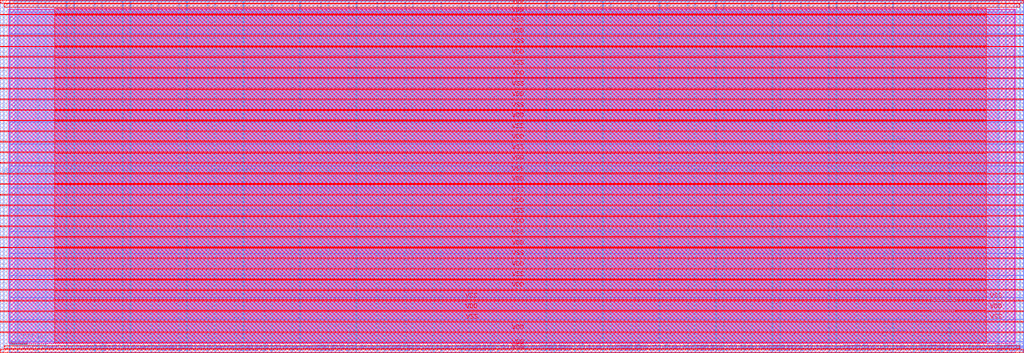
<source format=lef>
VERSION 5.7 ;
  NOWIREEXTENSIONATPIN ON ;
  DIVIDERCHAR "/" ;
  BUSBITCHARS "[]" ;
MACRO caravel_core
  CLASS BLOCK ;
  FOREIGN caravel_core ;
  ORIGIN 0.000 0.000 ;
  SIZE 2900.000 BY 1000.000 ;
  PIN VDD
    DIRECTION INOUT ;
    USE POWER ;
    PORT
      LAYER Metal4 ;
        RECT 11.080 11.440 20.080 988.160 ;
    END
    PORT
      LAYER Metal5 ;
        RECT 11.080 11.440 2887.480 20.440 ;
    END
    PORT
      LAYER Metal5 ;
        RECT 11.080 979.160 2887.480 988.160 ;
    END
    PORT
      LAYER Metal4 ;
        RECT 2878.480 11.440 2887.480 988.160 ;
    END
    PORT
      LAYER Metal4 ;
        RECT 26.330 0.440 28.830 999.160 ;
    END
    PORT
      LAYER Metal4 ;
        RECT 106.330 0.440 108.830 999.160 ;
    END
    PORT
      LAYER Metal4 ;
        RECT 186.330 0.440 188.830 999.160 ;
    END
    PORT
      LAYER Metal4 ;
        RECT 266.330 0.440 268.830 999.160 ;
    END
    PORT
      LAYER Metal4 ;
        RECT 346.330 0.440 348.830 999.160 ;
    END
    PORT
      LAYER Metal4 ;
        RECT 426.330 0.440 428.830 999.160 ;
    END
    PORT
      LAYER Metal4 ;
        RECT 506.330 0.440 508.830 999.160 ;
    END
    PORT
      LAYER Metal4 ;
        RECT 586.330 0.440 588.830 999.160 ;
    END
    PORT
      LAYER Metal4 ;
        RECT 666.330 0.440 668.830 999.160 ;
    END
    PORT
      LAYER Metal4 ;
        RECT 746.330 0.440 748.830 999.160 ;
    END
    PORT
      LAYER Metal4 ;
        RECT 826.330 0.440 828.830 999.160 ;
    END
    PORT
      LAYER Metal4 ;
        RECT 906.330 0.440 908.830 999.160 ;
    END
    PORT
      LAYER Metal4 ;
        RECT 986.330 0.440 988.830 79.160 ;
    END
    PORT
      LAYER Metal4 ;
        RECT 986.330 578.440 988.830 999.160 ;
    END
    PORT
      LAYER Metal4 ;
        RECT 1066.330 0.440 1068.830 999.160 ;
    END
    PORT
      LAYER Metal4 ;
        RECT 1146.330 0.440 1148.830 999.160 ;
    END
    PORT
      LAYER Metal4 ;
        RECT 1226.330 0.440 1228.830 999.160 ;
    END
    PORT
      LAYER Metal4 ;
        RECT 1306.330 0.440 1308.830 999.160 ;
    END
    PORT
      LAYER Metal4 ;
        RECT 1386.330 0.440 1388.830 999.160 ;
    END
    PORT
      LAYER Metal4 ;
        RECT 1466.330 0.440 1468.830 999.160 ;
    END
    PORT
      LAYER Metal4 ;
        RECT 1546.330 0.440 1548.830 999.160 ;
    END
    PORT
      LAYER Metal4 ;
        RECT 1626.330 0.440 1628.830 999.160 ;
    END
    PORT
      LAYER Metal4 ;
        RECT 1706.330 0.440 1708.830 999.160 ;
    END
    PORT
      LAYER Metal4 ;
        RECT 1786.330 0.440 1788.830 999.160 ;
    END
    PORT
      LAYER Metal4 ;
        RECT 1866.330 0.440 1868.830 999.160 ;
    END
    PORT
      LAYER Metal4 ;
        RECT 1946.330 0.440 1948.830 999.160 ;
    END
    PORT
      LAYER Metal4 ;
        RECT 2026.330 0.440 2028.830 999.160 ;
    END
    PORT
      LAYER Metal4 ;
        RECT 2106.330 0.440 2108.830 999.160 ;
    END
    PORT
      LAYER Metal4 ;
        RECT 2186.330 0.440 2188.830 999.160 ;
    END
    PORT
      LAYER Metal4 ;
        RECT 2266.330 0.440 2268.830 999.160 ;
    END
    PORT
      LAYER Metal4 ;
        RECT 2346.330 0.440 2348.830 999.160 ;
    END
    PORT
      LAYER Metal4 ;
        RECT 2426.330 0.440 2428.830 999.160 ;
    END
    PORT
      LAYER Metal4 ;
        RECT 2506.330 0.440 2508.830 96.330 ;
    END
    PORT
      LAYER Metal4 ;
        RECT 2506.330 184.390 2508.830 999.160 ;
    END
    PORT
      LAYER Metal4 ;
        RECT 2586.330 0.440 2588.830 999.160 ;
    END
    PORT
      LAYER Metal4 ;
        RECT 2666.330 0.440 2668.830 86.730 ;
    END
    PORT
      LAYER Metal4 ;
        RECT 2666.330 144.725 2668.830 999.160 ;
    END
    PORT
      LAYER Metal4 ;
        RECT 2746.330 0.440 2748.830 999.160 ;
    END
    PORT
      LAYER Metal4 ;
        RECT 2826.330 0.440 2828.830 999.160 ;
    END
    PORT
      LAYER Metal5 ;
        RECT 0.080 56.840 2898.480 59.340 ;
    END
    PORT
      LAYER Metal5 ;
        RECT 0.080 116.840 2635.895 119.340 ;
    END
    PORT
      LAYER Metal5 ;
        RECT 0.080 176.840 2898.480 179.340 ;
    END
    PORT
      LAYER Metal5 ;
        RECT 0.080 236.840 2898.480 239.340 ;
    END
    PORT
      LAYER Metal5 ;
        RECT 0.080 296.840 2898.480 299.340 ;
    END
    PORT
      LAYER Metal5 ;
        RECT 0.080 356.840 2898.480 359.340 ;
    END
    PORT
      LAYER Metal5 ;
        RECT 0.080 416.840 2898.480 419.340 ;
    END
    PORT
      LAYER Metal5 ;
        RECT 0.080 476.840 2898.480 479.340 ;
    END
    PORT
      LAYER Metal5 ;
        RECT 0.080 536.840 2898.480 539.340 ;
    END
    PORT
      LAYER Metal5 ;
        RECT 0.080 596.840 2898.480 599.340 ;
    END
    PORT
      LAYER Metal5 ;
        RECT 0.080 656.840 2898.480 659.340 ;
    END
    PORT
      LAYER Metal5 ;
        RECT 0.080 716.840 2898.480 719.340 ;
    END
    PORT
      LAYER Metal5 ;
        RECT 0.080 776.840 2898.480 779.340 ;
    END
    PORT
      LAYER Metal5 ;
        RECT 0.080 836.840 2898.480 839.340 ;
    END
    PORT
      LAYER Metal5 ;
        RECT 0.080 896.840 2898.480 899.340 ;
    END
    PORT
      LAYER Metal5 ;
        RECT 0.080 956.840 2898.480 959.340 ;
    END
    PORT
      LAYER Metal5 ;
        RECT 2707.455 116.840 2898.480 119.340 ;
    END
    PORT
      LAYER Metal4 ;
        RECT 2620.830 0.440 2623.330 999.160 ;
    END
  END VDD
  PIN VSS
    DIRECTION INOUT ;
    USE GROUND ;
    PORT
      LAYER Metal4 ;
        RECT 0.080 0.440 9.080 999.160 ;
    END
    PORT
      LAYER Metal5 ;
        RECT 0.080 0.440 2898.480 9.440 ;
    END
    PORT
      LAYER Metal5 ;
        RECT 0.080 990.160 2898.480 999.160 ;
    END
    PORT
      LAYER Metal4 ;
        RECT 2889.480 0.440 2898.480 999.160 ;
    END
    PORT
      LAYER Metal4 ;
        RECT 47.830 0.440 50.330 999.160 ;
    END
    PORT
      LAYER Metal4 ;
        RECT 127.830 0.440 130.330 999.160 ;
    END
    PORT
      LAYER Metal4 ;
        RECT 207.830 0.440 210.330 999.160 ;
    END
    PORT
      LAYER Metal4 ;
        RECT 287.830 0.440 290.330 999.160 ;
    END
    PORT
      LAYER Metal4 ;
        RECT 367.830 0.440 370.330 999.160 ;
    END
    PORT
      LAYER Metal4 ;
        RECT 447.830 0.440 450.330 999.160 ;
    END
    PORT
      LAYER Metal4 ;
        RECT 527.830 0.440 530.330 999.160 ;
    END
    PORT
      LAYER Metal4 ;
        RECT 607.830 0.440 610.330 999.160 ;
    END
    PORT
      LAYER Metal4 ;
        RECT 687.830 0.440 690.330 999.160 ;
    END
    PORT
      LAYER Metal4 ;
        RECT 767.830 0.440 770.330 999.160 ;
    END
    PORT
      LAYER Metal4 ;
        RECT 847.830 0.440 850.330 999.160 ;
    END
    PORT
      LAYER Metal4 ;
        RECT 927.830 0.440 930.330 999.160 ;
    END
    PORT
      LAYER Metal4 ;
        RECT 1007.830 0.440 1010.330 999.160 ;
    END
    PORT
      LAYER Metal4 ;
        RECT 1087.830 0.440 1090.330 999.160 ;
    END
    PORT
      LAYER Metal4 ;
        RECT 1167.830 0.440 1170.330 999.160 ;
    END
    PORT
      LAYER Metal4 ;
        RECT 1247.830 0.440 1250.330 999.160 ;
    END
    PORT
      LAYER Metal4 ;
        RECT 1327.830 0.440 1330.330 999.160 ;
    END
    PORT
      LAYER Metal4 ;
        RECT 1407.830 0.440 1410.330 999.160 ;
    END
    PORT
      LAYER Metal4 ;
        RECT 1487.830 0.440 1490.330 999.160 ;
    END
    PORT
      LAYER Metal4 ;
        RECT 1567.830 0.440 1570.330 999.160 ;
    END
    PORT
      LAYER Metal4 ;
        RECT 1647.830 0.440 1650.330 999.160 ;
    END
    PORT
      LAYER Metal4 ;
        RECT 1727.830 0.440 1730.330 999.160 ;
    END
    PORT
      LAYER Metal4 ;
        RECT 1807.830 0.440 1810.330 999.160 ;
    END
    PORT
      LAYER Metal4 ;
        RECT 1887.830 0.440 1890.330 999.160 ;
    END
    PORT
      LAYER Metal4 ;
        RECT 1967.830 0.440 1970.330 999.160 ;
    END
    PORT
      LAYER Metal4 ;
        RECT 2047.830 0.440 2050.330 999.160 ;
    END
    PORT
      LAYER Metal4 ;
        RECT 2127.830 0.440 2130.330 999.160 ;
    END
    PORT
      LAYER Metal4 ;
        RECT 2207.830 0.440 2210.330 999.160 ;
    END
    PORT
      LAYER Metal4 ;
        RECT 2287.830 0.440 2290.330 999.160 ;
    END
    PORT
      LAYER Metal4 ;
        RECT 2367.830 0.440 2370.330 999.160 ;
    END
    PORT
      LAYER Metal4 ;
        RECT 2447.830 0.440 2450.330 999.160 ;
    END
    PORT
      LAYER Metal4 ;
        RECT 2527.830 0.440 2530.330 96.330 ;
    END
    PORT
      LAYER Metal4 ;
        RECT 2527.830 184.390 2530.330 999.160 ;
    END
    PORT
      LAYER Metal4 ;
        RECT 2607.830 0.440 2610.330 999.160 ;
    END
    PORT
      LAYER Metal4 ;
        RECT 2687.830 0.440 2690.330 86.730 ;
    END
    PORT
      LAYER Metal4 ;
        RECT 2687.830 144.725 2690.330 999.160 ;
    END
    PORT
      LAYER Metal4 ;
        RECT 2767.830 0.440 2770.330 999.160 ;
    END
    PORT
      LAYER Metal4 ;
        RECT 2847.830 0.440 2850.330 999.160 ;
    END
    PORT
      LAYER Metal5 ;
        RECT 0.080 86.340 2636.395 88.840 ;
    END
    PORT
      LAYER Metal5 ;
        RECT 0.080 146.340 2635.895 148.840 ;
    END
    PORT
      LAYER Metal5 ;
        RECT 0.080 206.340 2898.480 208.840 ;
    END
    PORT
      LAYER Metal5 ;
        RECT 0.080 266.340 2898.480 268.840 ;
    END
    PORT
      LAYER Metal5 ;
        RECT 0.080 326.340 2898.480 328.840 ;
    END
    PORT
      LAYER Metal5 ;
        RECT 0.080 386.340 2898.480 388.840 ;
    END
    PORT
      LAYER Metal5 ;
        RECT 0.080 446.340 2898.480 448.840 ;
    END
    PORT
      LAYER Metal5 ;
        RECT 0.080 506.340 2898.480 508.840 ;
    END
    PORT
      LAYER Metal5 ;
        RECT 0.080 566.340 2898.480 568.840 ;
    END
    PORT
      LAYER Metal5 ;
        RECT 0.080 626.340 2898.480 628.840 ;
    END
    PORT
      LAYER Metal5 ;
        RECT 0.080 686.340 2898.480 688.840 ;
    END
    PORT
      LAYER Metal5 ;
        RECT 0.080 746.340 2898.480 748.840 ;
    END
    PORT
      LAYER Metal5 ;
        RECT 0.080 806.340 2898.480 808.840 ;
    END
    PORT
      LAYER Metal5 ;
        RECT 0.080 866.340 2898.480 868.840 ;
    END
    PORT
      LAYER Metal5 ;
        RECT 0.080 926.340 2898.480 928.840 ;
    END
    PORT
      LAYER Metal5 ;
        RECT 2707.455 86.340 2898.480 88.840 ;
    END
    PORT
      LAYER Metal5 ;
        RECT 2707.455 146.340 2898.480 148.840 ;
    END
    PORT
      LAYER Metal4 ;
        RECT 2632.330 0.440 2634.830 999.160 ;
    END
  END VSS
  PIN caravel_io_ie[0]
    DIRECTION OUTPUT ;
    USE SIGNAL ;
    ANTENNADIFFAREA 4.731200 ;
    PORT
      LAYER Metal2 ;
        RECT 90.440 0.000 91.560 1.120 ;
    END
  END caravel_io_ie[0]
  PIN caravel_io_ie[10]
    DIRECTION OUTPUT ;
    USE SIGNAL ;
    ANTENNADIFFAREA 4.731200 ;
    PORT
      LAYER Metal2 ;
        RECT 2240.840 0.000 2241.960 1.120 ;
    END
  END caravel_io_ie[10]
  PIN caravel_io_ie[11]
    DIRECTION OUTPUT ;
    USE SIGNAL ;
    ANTENNADIFFAREA 4.731200 ;
    PORT
      LAYER Metal2 ;
        RECT 2455.880 0.000 2457.000 1.120 ;
    END
  END caravel_io_ie[11]
  PIN caravel_io_ie[12]
    DIRECTION OUTPUT ;
    USE SIGNAL ;
    ANTENNADIFFAREA 4.731200 ;
    PORT
      LAYER Metal2 ;
        RECT 2670.920 0.000 2672.040 1.120 ;
    END
  END caravel_io_ie[12]
  PIN caravel_io_ie[1]
    DIRECTION OUTPUT ;
    USE SIGNAL ;
    ANTENNADIFFAREA 4.731200 ;
    PORT
      LAYER Metal2 ;
        RECT 305.480 0.000 306.600 1.120 ;
    END
  END caravel_io_ie[1]
  PIN caravel_io_ie[2]
    DIRECTION OUTPUT ;
    USE SIGNAL ;
    ANTENNADIFFAREA 4.731200 ;
    PORT
      LAYER Metal2 ;
        RECT 520.520 0.000 521.640 1.120 ;
    END
  END caravel_io_ie[2]
  PIN caravel_io_ie[3]
    DIRECTION OUTPUT ;
    USE SIGNAL ;
    ANTENNADIFFAREA 4.731200 ;
    PORT
      LAYER Metal2 ;
        RECT 735.560 0.000 736.680 1.120 ;
    END
  END caravel_io_ie[3]
  PIN caravel_io_ie[4]
    DIRECTION OUTPUT ;
    USE SIGNAL ;
    ANTENNADIFFAREA 4.731200 ;
    PORT
      LAYER Metal2 ;
        RECT 950.600 0.000 951.720 1.120 ;
    END
  END caravel_io_ie[4]
  PIN caravel_io_ie[5]
    DIRECTION OUTPUT ;
    USE SIGNAL ;
    ANTENNADIFFAREA 4.731200 ;
    PORT
      LAYER Metal2 ;
        RECT 1165.640 0.000 1166.760 1.120 ;
    END
  END caravel_io_ie[5]
  PIN caravel_io_ie[6]
    DIRECTION OUTPUT ;
    USE SIGNAL ;
    ANTENNADIFFAREA 4.731200 ;
    PORT
      LAYER Metal2 ;
        RECT 1380.680 0.000 1381.800 1.120 ;
    END
  END caravel_io_ie[6]
  PIN caravel_io_ie[7]
    DIRECTION OUTPUT ;
    USE SIGNAL ;
    ANTENNADIFFAREA 4.731200 ;
    PORT
      LAYER Metal2 ;
        RECT 1595.720 0.000 1596.840 1.120 ;
    END
  END caravel_io_ie[7]
  PIN caravel_io_ie[8]
    DIRECTION OUTPUT ;
    USE SIGNAL ;
    ANTENNADIFFAREA 4.731200 ;
    PORT
      LAYER Metal2 ;
        RECT 1810.760 0.000 1811.880 1.120 ;
    END
  END caravel_io_ie[8]
  PIN caravel_io_ie[9]
    DIRECTION OUTPUT ;
    USE SIGNAL ;
    ANTENNADIFFAREA 4.731200 ;
    PORT
      LAYER Metal2 ;
        RECT 2025.800 0.000 2026.920 1.120 ;
    END
  END caravel_io_ie[9]
  PIN caravel_io_in[0]
    DIRECTION INPUT ;
    USE SIGNAL ;
    ANTENNAGATEAREA 4.408000 ;
    ANTENNADIFFAREA 0.410400 ;
    PORT
      LAYER Metal2 ;
        RECT 117.320 0.000 118.440 1.120 ;
    END
  END caravel_io_in[0]
  PIN caravel_io_in[10]
    DIRECTION INPUT ;
    USE SIGNAL ;
    ANTENNAGATEAREA 2.204000 ;
    ANTENNADIFFAREA 0.410400 ;
    PORT
      LAYER Metal2 ;
        RECT 2267.720 0.000 2268.840 1.120 ;
    END
  END caravel_io_in[10]
  PIN caravel_io_in[11]
    DIRECTION INPUT ;
    USE SIGNAL ;
    ANTENNAGATEAREA 2.204000 ;
    ANTENNADIFFAREA 0.410400 ;
    PORT
      LAYER Metal2 ;
        RECT 2482.760 0.000 2483.880 1.120 ;
    END
  END caravel_io_in[11]
  PIN caravel_io_in[12]
    DIRECTION INPUT ;
    USE SIGNAL ;
    ANTENNAGATEAREA 4.573000 ;
    ANTENNADIFFAREA 0.820800 ;
    PORT
      LAYER Metal2 ;
        RECT 2697.800 0.000 2698.920 1.120 ;
    END
  END caravel_io_in[12]
  PIN caravel_io_in[1]
    DIRECTION INPUT ;
    USE SIGNAL ;
    ANTENNAGATEAREA 4.408000 ;
    ANTENNADIFFAREA 0.410400 ;
    PORT
      LAYER Metal2 ;
        RECT 332.360 0.000 333.480 1.120 ;
    END
  END caravel_io_in[1]
  PIN caravel_io_in[2]
    DIRECTION INPUT ;
    USE SIGNAL ;
    ANTENNAGATEAREA 2.204000 ;
    ANTENNADIFFAREA 0.410400 ;
    PORT
      LAYER Metal2 ;
        RECT 547.400 0.000 548.520 1.120 ;
    END
  END caravel_io_in[2]
  PIN caravel_io_in[3]
    DIRECTION INPUT ;
    USE SIGNAL ;
    ANTENNAGATEAREA 1.102000 ;
    ANTENNADIFFAREA 0.410400 ;
    PORT
      LAYER Metal2 ;
        RECT 762.440 0.000 763.560 1.120 ;
    END
  END caravel_io_in[3]
  PIN caravel_io_in[4]
    DIRECTION INPUT ;
    USE SIGNAL ;
    ANTENNAGATEAREA 6.942000 ;
    ANTENNADIFFAREA 0.820800 ;
    PORT
      LAYER Metal2 ;
        RECT 977.480 0.000 978.600 1.120 ;
    END
  END caravel_io_in[4]
  PIN caravel_io_in[5]
    DIRECTION INPUT ;
    USE SIGNAL ;
    ANTENNAGATEAREA 2.204000 ;
    ANTENNADIFFAREA 0.410400 ;
    PORT
      LAYER Metal2 ;
        RECT 1192.520 0.000 1193.640 1.120 ;
    END
  END caravel_io_in[5]
  PIN caravel_io_in[6]
    DIRECTION INPUT ;
    USE SIGNAL ;
    ANTENNAGATEAREA 1.102000 ;
    ANTENNADIFFAREA 0.410400 ;
    PORT
      LAYER Metal2 ;
        RECT 1407.560 0.000 1408.680 1.120 ;
    END
  END caravel_io_in[6]
  PIN caravel_io_in[7]
    DIRECTION INPUT ;
    USE SIGNAL ;
    ANTENNAGATEAREA 4.408000 ;
    ANTENNADIFFAREA 0.410400 ;
    PORT
      LAYER Metal2 ;
        RECT 1622.600 0.000 1623.720 1.120 ;
    END
  END caravel_io_in[7]
  PIN caravel_io_in[8]
    DIRECTION INPUT ;
    USE SIGNAL ;
    ANTENNAGATEAREA 4.573000 ;
    ANTENNADIFFAREA 0.820800 ;
    PORT
      LAYER Metal2 ;
        RECT 1837.640 0.000 1838.760 1.120 ;
    END
  END caravel_io_in[8]
  PIN caravel_io_in[9]
    DIRECTION INPUT ;
    USE SIGNAL ;
    ANTENNAGATEAREA 4.408000 ;
    ANTENNADIFFAREA 0.410400 ;
    PORT
      LAYER Metal2 ;
        RECT 2052.680 0.000 2053.800 1.120 ;
    END
  END caravel_io_in[9]
  PIN caravel_io_oe[0]
    DIRECTION OUTPUT ;
    USE SIGNAL ;
    ANTENNADIFFAREA 4.731200 ;
    PORT
      LAYER Metal2 ;
        RECT 144.200 0.000 145.320 1.120 ;
    END
  END caravel_io_oe[0]
  PIN caravel_io_oe[10]
    DIRECTION OUTPUT ;
    USE SIGNAL ;
    ANTENNADIFFAREA 4.731200 ;
    PORT
      LAYER Metal2 ;
        RECT 2294.600 0.000 2295.720 1.120 ;
    END
  END caravel_io_oe[10]
  PIN caravel_io_oe[11]
    DIRECTION OUTPUT ;
    USE SIGNAL ;
    ANTENNADIFFAREA 4.731200 ;
    PORT
      LAYER Metal2 ;
        RECT 2509.640 0.000 2510.760 1.120 ;
    END
  END caravel_io_oe[11]
  PIN caravel_io_oe[12]
    DIRECTION OUTPUT ;
    USE SIGNAL ;
    ANTENNADIFFAREA 4.731200 ;
    PORT
      LAYER Metal2 ;
        RECT 2724.680 0.000 2725.800 1.120 ;
    END
  END caravel_io_oe[12]
  PIN caravel_io_oe[1]
    DIRECTION OUTPUT ;
    USE SIGNAL ;
    ANTENNADIFFAREA 4.731200 ;
    PORT
      LAYER Metal2 ;
        RECT 359.240 0.000 360.360 1.120 ;
    END
  END caravel_io_oe[1]
  PIN caravel_io_oe[2]
    DIRECTION OUTPUT ;
    USE SIGNAL ;
    ANTENNADIFFAREA 4.731200 ;
    PORT
      LAYER Metal2 ;
        RECT 574.280 0.000 575.400 1.120 ;
    END
  END caravel_io_oe[2]
  PIN caravel_io_oe[3]
    DIRECTION OUTPUT ;
    USE SIGNAL ;
    ANTENNADIFFAREA 4.731200 ;
    PORT
      LAYER Metal2 ;
        RECT 789.320 0.000 790.440 1.120 ;
    END
  END caravel_io_oe[3]
  PIN caravel_io_oe[4]
    DIRECTION OUTPUT ;
    USE SIGNAL ;
    ANTENNADIFFAREA 4.731200 ;
    PORT
      LAYER Metal2 ;
        RECT 1004.360 0.000 1005.480 1.120 ;
    END
  END caravel_io_oe[4]
  PIN caravel_io_oe[5]
    DIRECTION OUTPUT ;
    USE SIGNAL ;
    ANTENNADIFFAREA 4.731200 ;
    PORT
      LAYER Metal2 ;
        RECT 1219.400 0.000 1220.520 1.120 ;
    END
  END caravel_io_oe[5]
  PIN caravel_io_oe[6]
    DIRECTION OUTPUT ;
    USE SIGNAL ;
    ANTENNADIFFAREA 4.731200 ;
    PORT
      LAYER Metal2 ;
        RECT 1434.440 0.000 1435.560 1.120 ;
    END
  END caravel_io_oe[6]
  PIN caravel_io_oe[7]
    DIRECTION OUTPUT ;
    USE SIGNAL ;
    ANTENNADIFFAREA 4.731200 ;
    PORT
      LAYER Metal2 ;
        RECT 1649.480 0.000 1650.600 1.120 ;
    END
  END caravel_io_oe[7]
  PIN caravel_io_oe[8]
    DIRECTION OUTPUT ;
    USE SIGNAL ;
    ANTENNADIFFAREA 4.731200 ;
    PORT
      LAYER Metal2 ;
        RECT 1864.520 0.000 1865.640 1.120 ;
    END
  END caravel_io_oe[8]
  PIN caravel_io_oe[9]
    DIRECTION OUTPUT ;
    USE SIGNAL ;
    ANTENNADIFFAREA 4.731200 ;
    PORT
      LAYER Metal2 ;
        RECT 2079.560 0.000 2080.680 1.120 ;
    END
  END caravel_io_oe[9]
  PIN caravel_io_out[0]
    DIRECTION OUTPUT ;
    USE SIGNAL ;
    ANTENNADIFFAREA 4.731200 ;
    PORT
      LAYER Metal2 ;
        RECT 171.080 0.000 172.200 1.120 ;
    END
  END caravel_io_out[0]
  PIN caravel_io_out[10]
    DIRECTION OUTPUT ;
    USE SIGNAL ;
    ANTENNADIFFAREA 4.731200 ;
    PORT
      LAYER Metal2 ;
        RECT 2321.480 0.000 2322.600 1.120 ;
    END
  END caravel_io_out[10]
  PIN caravel_io_out[11]
    DIRECTION OUTPUT ;
    USE SIGNAL ;
    ANTENNADIFFAREA 4.731200 ;
    PORT
      LAYER Metal2 ;
        RECT 2536.520 0.000 2537.640 1.120 ;
    END
  END caravel_io_out[11]
  PIN caravel_io_out[12]
    DIRECTION OUTPUT ;
    USE SIGNAL ;
    ANTENNADIFFAREA 4.731200 ;
    PORT
      LAYER Metal2 ;
        RECT 2751.560 0.000 2752.680 1.120 ;
    END
  END caravel_io_out[12]
  PIN caravel_io_out[1]
    DIRECTION OUTPUT ;
    USE SIGNAL ;
    ANTENNADIFFAREA 4.731200 ;
    PORT
      LAYER Metal2 ;
        RECT 386.120 0.000 387.240 1.120 ;
    END
  END caravel_io_out[1]
  PIN caravel_io_out[2]
    DIRECTION OUTPUT ;
    USE SIGNAL ;
    ANTENNADIFFAREA 4.731200 ;
    PORT
      LAYER Metal2 ;
        RECT 601.160 0.000 602.280 1.120 ;
    END
  END caravel_io_out[2]
  PIN caravel_io_out[3]
    DIRECTION OUTPUT ;
    USE SIGNAL ;
    ANTENNADIFFAREA 4.731200 ;
    PORT
      LAYER Metal2 ;
        RECT 816.200 0.000 817.320 1.120 ;
    END
  END caravel_io_out[3]
  PIN caravel_io_out[4]
    DIRECTION OUTPUT ;
    USE SIGNAL ;
    ANTENNADIFFAREA 4.731200 ;
    PORT
      LAYER Metal2 ;
        RECT 1031.240 0.000 1032.360 1.120 ;
    END
  END caravel_io_out[4]
  PIN caravel_io_out[5]
    DIRECTION OUTPUT ;
    USE SIGNAL ;
    ANTENNADIFFAREA 4.731200 ;
    PORT
      LAYER Metal2 ;
        RECT 1246.280 0.000 1247.400 1.120 ;
    END
  END caravel_io_out[5]
  PIN caravel_io_out[6]
    DIRECTION OUTPUT ;
    USE SIGNAL ;
    ANTENNADIFFAREA 4.731200 ;
    PORT
      LAYER Metal2 ;
        RECT 1461.320 0.000 1462.440 1.120 ;
    END
  END caravel_io_out[6]
  PIN caravel_io_out[7]
    DIRECTION OUTPUT ;
    USE SIGNAL ;
    ANTENNADIFFAREA 4.731200 ;
    PORT
      LAYER Metal2 ;
        RECT 1676.360 0.000 1677.480 1.120 ;
    END
  END caravel_io_out[7]
  PIN caravel_io_out[8]
    DIRECTION OUTPUT ;
    USE SIGNAL ;
    ANTENNADIFFAREA 0.897600 ;
    PORT
      LAYER Metal2 ;
        RECT 1891.400 0.000 1892.520 1.120 ;
    END
  END caravel_io_out[8]
  PIN caravel_io_out[9]
    DIRECTION OUTPUT ;
    USE SIGNAL ;
    ANTENNADIFFAREA 4.731200 ;
    PORT
      LAYER Metal2 ;
        RECT 2106.440 0.000 2107.560 1.120 ;
    END
  END caravel_io_out[9]
  PIN caravel_io_pulldown_sel[0]
    DIRECTION OUTPUT ;
    USE SIGNAL ;
    ANTENNADIFFAREA 4.731200 ;
    PORT
      LAYER Metal2 ;
        RECT 197.960 0.000 199.080 1.120 ;
    END
  END caravel_io_pulldown_sel[0]
  PIN caravel_io_pulldown_sel[10]
    DIRECTION OUTPUT ;
    USE SIGNAL ;
    ANTENNADIFFAREA 4.731200 ;
    PORT
      LAYER Metal2 ;
        RECT 2348.360 0.000 2349.480 1.120 ;
    END
  END caravel_io_pulldown_sel[10]
  PIN caravel_io_pulldown_sel[11]
    DIRECTION OUTPUT ;
    USE SIGNAL ;
    ANTENNADIFFAREA 4.731200 ;
    PORT
      LAYER Metal2 ;
        RECT 2563.400 0.000 2564.520 1.120 ;
    END
  END caravel_io_pulldown_sel[11]
  PIN caravel_io_pulldown_sel[12]
    DIRECTION OUTPUT ;
    USE SIGNAL ;
    ANTENNADIFFAREA 4.731200 ;
    PORT
      LAYER Metal2 ;
        RECT 2778.440 0.000 2779.560 1.120 ;
    END
  END caravel_io_pulldown_sel[12]
  PIN caravel_io_pulldown_sel[1]
    DIRECTION OUTPUT ;
    USE SIGNAL ;
    ANTENNADIFFAREA 4.731200 ;
    PORT
      LAYER Metal2 ;
        RECT 413.000 0.000 414.120 1.120 ;
    END
  END caravel_io_pulldown_sel[1]
  PIN caravel_io_pulldown_sel[2]
    DIRECTION OUTPUT ;
    USE SIGNAL ;
    ANTENNADIFFAREA 4.731200 ;
    PORT
      LAYER Metal2 ;
        RECT 628.040 0.000 629.160 1.120 ;
    END
  END caravel_io_pulldown_sel[2]
  PIN caravel_io_pulldown_sel[3]
    DIRECTION OUTPUT ;
    USE SIGNAL ;
    ANTENNADIFFAREA 4.731200 ;
    PORT
      LAYER Metal2 ;
        RECT 843.080 0.000 844.200 1.120 ;
    END
  END caravel_io_pulldown_sel[3]
  PIN caravel_io_pulldown_sel[4]
    DIRECTION OUTPUT ;
    USE SIGNAL ;
    ANTENNADIFFAREA 4.731200 ;
    PORT
      LAYER Metal2 ;
        RECT 1058.120 0.000 1059.240 1.120 ;
    END
  END caravel_io_pulldown_sel[4]
  PIN caravel_io_pulldown_sel[5]
    DIRECTION OUTPUT ;
    USE SIGNAL ;
    ANTENNADIFFAREA 4.731200 ;
    PORT
      LAYER Metal2 ;
        RECT 1273.160 0.000 1274.280 1.120 ;
    END
  END caravel_io_pulldown_sel[5]
  PIN caravel_io_pulldown_sel[6]
    DIRECTION OUTPUT ;
    USE SIGNAL ;
    ANTENNADIFFAREA 4.731200 ;
    PORT
      LAYER Metal2 ;
        RECT 1488.200 0.000 1489.320 1.120 ;
    END
  END caravel_io_pulldown_sel[6]
  PIN caravel_io_pulldown_sel[7]
    DIRECTION OUTPUT ;
    USE SIGNAL ;
    ANTENNADIFFAREA 4.731200 ;
    PORT
      LAYER Metal2 ;
        RECT 1703.240 0.000 1704.360 1.120 ;
    END
  END caravel_io_pulldown_sel[7]
  PIN caravel_io_pulldown_sel[8]
    DIRECTION OUTPUT ;
    USE SIGNAL ;
    ANTENNADIFFAREA 4.731200 ;
    PORT
      LAYER Metal2 ;
        RECT 1918.280 0.000 1919.400 1.120 ;
    END
  END caravel_io_pulldown_sel[8]
  PIN caravel_io_pulldown_sel[9]
    DIRECTION OUTPUT ;
    USE SIGNAL ;
    ANTENNADIFFAREA 4.731200 ;
    PORT
      LAYER Metal2 ;
        RECT 2133.320 0.000 2134.440 1.120 ;
    END
  END caravel_io_pulldown_sel[9]
  PIN caravel_io_pullup_sel[0]
    DIRECTION OUTPUT ;
    USE SIGNAL ;
    ANTENNADIFFAREA 4.731200 ;
    PORT
      LAYER Metal2 ;
        RECT 224.840 0.000 225.960 1.120 ;
    END
  END caravel_io_pullup_sel[0]
  PIN caravel_io_pullup_sel[10]
    DIRECTION OUTPUT ;
    USE SIGNAL ;
    ANTENNADIFFAREA 4.731200 ;
    PORT
      LAYER Metal2 ;
        RECT 2375.240 0.000 2376.360 1.120 ;
    END
  END caravel_io_pullup_sel[10]
  PIN caravel_io_pullup_sel[11]
    DIRECTION OUTPUT ;
    USE SIGNAL ;
    ANTENNADIFFAREA 4.731200 ;
    PORT
      LAYER Metal2 ;
        RECT 2590.280 0.000 2591.400 1.120 ;
    END
  END caravel_io_pullup_sel[11]
  PIN caravel_io_pullup_sel[12]
    DIRECTION OUTPUT ;
    USE SIGNAL ;
    ANTENNADIFFAREA 4.731200 ;
    PORT
      LAYER Metal2 ;
        RECT 2805.320 0.000 2806.440 1.120 ;
    END
  END caravel_io_pullup_sel[12]
  PIN caravel_io_pullup_sel[1]
    DIRECTION OUTPUT ;
    USE SIGNAL ;
    ANTENNADIFFAREA 4.731200 ;
    PORT
      LAYER Metal2 ;
        RECT 439.880 0.000 441.000 1.120 ;
    END
  END caravel_io_pullup_sel[1]
  PIN caravel_io_pullup_sel[2]
    DIRECTION OUTPUT ;
    USE SIGNAL ;
    ANTENNADIFFAREA 4.731200 ;
    PORT
      LAYER Metal2 ;
        RECT 654.920 0.000 656.040 1.120 ;
    END
  END caravel_io_pullup_sel[2]
  PIN caravel_io_pullup_sel[3]
    DIRECTION OUTPUT ;
    USE SIGNAL ;
    ANTENNADIFFAREA 4.731200 ;
    PORT
      LAYER Metal2 ;
        RECT 869.960 0.000 871.080 1.120 ;
    END
  END caravel_io_pullup_sel[3]
  PIN caravel_io_pullup_sel[4]
    DIRECTION OUTPUT ;
    USE SIGNAL ;
    ANTENNADIFFAREA 4.731200 ;
    PORT
      LAYER Metal2 ;
        RECT 1085.000 0.000 1086.120 1.120 ;
    END
  END caravel_io_pullup_sel[4]
  PIN caravel_io_pullup_sel[5]
    DIRECTION OUTPUT ;
    USE SIGNAL ;
    ANTENNADIFFAREA 4.731200 ;
    PORT
      LAYER Metal2 ;
        RECT 1300.040 0.000 1301.160 1.120 ;
    END
  END caravel_io_pullup_sel[5]
  PIN caravel_io_pullup_sel[6]
    DIRECTION OUTPUT ;
    USE SIGNAL ;
    ANTENNADIFFAREA 4.731200 ;
    PORT
      LAYER Metal2 ;
        RECT 1515.080 0.000 1516.200 1.120 ;
    END
  END caravel_io_pullup_sel[6]
  PIN caravel_io_pullup_sel[7]
    DIRECTION OUTPUT ;
    USE SIGNAL ;
    ANTENNADIFFAREA 4.731200 ;
    PORT
      LAYER Metal2 ;
        RECT 1730.120 0.000 1731.240 1.120 ;
    END
  END caravel_io_pullup_sel[7]
  PIN caravel_io_pullup_sel[8]
    DIRECTION OUTPUT ;
    USE SIGNAL ;
    ANTENNADIFFAREA 4.731200 ;
    PORT
      LAYER Metal2 ;
        RECT 1945.160 0.000 1946.280 1.120 ;
    END
  END caravel_io_pullup_sel[8]
  PIN caravel_io_pullup_sel[9]
    DIRECTION OUTPUT ;
    USE SIGNAL ;
    ANTENNADIFFAREA 4.731200 ;
    PORT
      LAYER Metal2 ;
        RECT 2160.200 0.000 2161.320 1.120 ;
    END
  END caravel_io_pullup_sel[9]
  PIN caravel_io_schmitt_sel[0]
    DIRECTION OUTPUT ;
    USE SIGNAL ;
    ANTENNADIFFAREA 4.731200 ;
    PORT
      LAYER Metal2 ;
        RECT 251.720 0.000 252.840 1.120 ;
    END
  END caravel_io_schmitt_sel[0]
  PIN caravel_io_schmitt_sel[10]
    DIRECTION OUTPUT ;
    USE SIGNAL ;
    ANTENNADIFFAREA 4.731200 ;
    PORT
      LAYER Metal2 ;
        RECT 2402.120 0.000 2403.240 1.120 ;
    END
  END caravel_io_schmitt_sel[10]
  PIN caravel_io_schmitt_sel[11]
    DIRECTION OUTPUT ;
    USE SIGNAL ;
    ANTENNADIFFAREA 4.731200 ;
    PORT
      LAYER Metal2 ;
        RECT 2617.160 0.000 2618.280 1.120 ;
    END
  END caravel_io_schmitt_sel[11]
  PIN caravel_io_schmitt_sel[12]
    DIRECTION OUTPUT ;
    USE SIGNAL ;
    ANTENNADIFFAREA 4.731200 ;
    PORT
      LAYER Metal2 ;
        RECT 2832.200 0.000 2833.320 1.120 ;
    END
  END caravel_io_schmitt_sel[12]
  PIN caravel_io_schmitt_sel[1]
    DIRECTION OUTPUT ;
    USE SIGNAL ;
    ANTENNADIFFAREA 4.731200 ;
    PORT
      LAYER Metal2 ;
        RECT 466.760 0.000 467.880 1.120 ;
    END
  END caravel_io_schmitt_sel[1]
  PIN caravel_io_schmitt_sel[2]
    DIRECTION OUTPUT ;
    USE SIGNAL ;
    ANTENNADIFFAREA 4.731200 ;
    PORT
      LAYER Metal2 ;
        RECT 681.800 0.000 682.920 1.120 ;
    END
  END caravel_io_schmitt_sel[2]
  PIN caravel_io_schmitt_sel[3]
    DIRECTION OUTPUT ;
    USE SIGNAL ;
    ANTENNADIFFAREA 4.731200 ;
    PORT
      LAYER Metal2 ;
        RECT 896.840 0.000 897.960 1.120 ;
    END
  END caravel_io_schmitt_sel[3]
  PIN caravel_io_schmitt_sel[4]
    DIRECTION OUTPUT ;
    USE SIGNAL ;
    ANTENNADIFFAREA 4.731200 ;
    PORT
      LAYER Metal2 ;
        RECT 1111.880 0.000 1113.000 1.120 ;
    END
  END caravel_io_schmitt_sel[4]
  PIN caravel_io_schmitt_sel[5]
    DIRECTION OUTPUT ;
    USE SIGNAL ;
    ANTENNADIFFAREA 4.731200 ;
    PORT
      LAYER Metal2 ;
        RECT 1326.920 0.000 1328.040 1.120 ;
    END
  END caravel_io_schmitt_sel[5]
  PIN caravel_io_schmitt_sel[6]
    DIRECTION OUTPUT ;
    USE SIGNAL ;
    ANTENNADIFFAREA 4.731200 ;
    PORT
      LAYER Metal2 ;
        RECT 1541.960 0.000 1543.080 1.120 ;
    END
  END caravel_io_schmitt_sel[6]
  PIN caravel_io_schmitt_sel[7]
    DIRECTION OUTPUT ;
    USE SIGNAL ;
    ANTENNADIFFAREA 4.731200 ;
    PORT
      LAYER Metal2 ;
        RECT 1757.000 0.000 1758.120 1.120 ;
    END
  END caravel_io_schmitt_sel[7]
  PIN caravel_io_schmitt_sel[8]
    DIRECTION OUTPUT ;
    USE SIGNAL ;
    ANTENNADIFFAREA 4.731200 ;
    PORT
      LAYER Metal2 ;
        RECT 1972.040 0.000 1973.160 1.120 ;
    END
  END caravel_io_schmitt_sel[8]
  PIN caravel_io_schmitt_sel[9]
    DIRECTION OUTPUT ;
    USE SIGNAL ;
    ANTENNADIFFAREA 4.731200 ;
    PORT
      LAYER Metal2 ;
        RECT 2187.080 0.000 2188.200 1.120 ;
    END
  END caravel_io_schmitt_sel[9]
  PIN caravel_io_slew_sel[0]
    DIRECTION OUTPUT ;
    USE SIGNAL ;
    ANTENNADIFFAREA 4.731200 ;
    PORT
      LAYER Metal2 ;
        RECT 278.600 0.000 279.720 1.120 ;
    END
  END caravel_io_slew_sel[0]
  PIN caravel_io_slew_sel[10]
    DIRECTION OUTPUT ;
    USE SIGNAL ;
    ANTENNADIFFAREA 4.731200 ;
    PORT
      LAYER Metal2 ;
        RECT 2429.000 0.000 2430.120 1.120 ;
    END
  END caravel_io_slew_sel[10]
  PIN caravel_io_slew_sel[11]
    DIRECTION OUTPUT ;
    USE SIGNAL ;
    ANTENNADIFFAREA 4.731200 ;
    PORT
      LAYER Metal2 ;
        RECT 2644.040 0.000 2645.160 1.120 ;
    END
  END caravel_io_slew_sel[11]
  PIN caravel_io_slew_sel[12]
    DIRECTION OUTPUT ;
    USE SIGNAL ;
    ANTENNADIFFAREA 4.731200 ;
    PORT
      LAYER Metal2 ;
        RECT 2859.080 0.000 2860.200 1.120 ;
    END
  END caravel_io_slew_sel[12]
  PIN caravel_io_slew_sel[1]
    DIRECTION OUTPUT ;
    USE SIGNAL ;
    ANTENNADIFFAREA 4.731200 ;
    PORT
      LAYER Metal2 ;
        RECT 493.640 0.000 494.760 1.120 ;
    END
  END caravel_io_slew_sel[1]
  PIN caravel_io_slew_sel[2]
    DIRECTION OUTPUT ;
    USE SIGNAL ;
    ANTENNADIFFAREA 4.731200 ;
    PORT
      LAYER Metal2 ;
        RECT 708.680 0.000 709.800 1.120 ;
    END
  END caravel_io_slew_sel[2]
  PIN caravel_io_slew_sel[3]
    DIRECTION OUTPUT ;
    USE SIGNAL ;
    ANTENNADIFFAREA 4.731200 ;
    PORT
      LAYER Metal2 ;
        RECT 923.720 0.000 924.840 1.120 ;
    END
  END caravel_io_slew_sel[3]
  PIN caravel_io_slew_sel[4]
    DIRECTION OUTPUT ;
    USE SIGNAL ;
    ANTENNADIFFAREA 4.731200 ;
    PORT
      LAYER Metal2 ;
        RECT 1138.760 0.000 1139.880 1.120 ;
    END
  END caravel_io_slew_sel[4]
  PIN caravel_io_slew_sel[5]
    DIRECTION OUTPUT ;
    USE SIGNAL ;
    ANTENNADIFFAREA 4.731200 ;
    PORT
      LAYER Metal2 ;
        RECT 1353.800 0.000 1354.920 1.120 ;
    END
  END caravel_io_slew_sel[5]
  PIN caravel_io_slew_sel[6]
    DIRECTION OUTPUT ;
    USE SIGNAL ;
    ANTENNADIFFAREA 4.731200 ;
    PORT
      LAYER Metal2 ;
        RECT 1568.840 0.000 1569.960 1.120 ;
    END
  END caravel_io_slew_sel[6]
  PIN caravel_io_slew_sel[7]
    DIRECTION OUTPUT ;
    USE SIGNAL ;
    ANTENNADIFFAREA 4.731200 ;
    PORT
      LAYER Metal2 ;
        RECT 1783.880 0.000 1785.000 1.120 ;
    END
  END caravel_io_slew_sel[7]
  PIN caravel_io_slew_sel[8]
    DIRECTION OUTPUT ;
    USE SIGNAL ;
    ANTENNADIFFAREA 4.731200 ;
    PORT
      LAYER Metal2 ;
        RECT 1998.920 0.000 2000.040 1.120 ;
    END
  END caravel_io_slew_sel[8]
  PIN caravel_io_slew_sel[9]
    DIRECTION OUTPUT ;
    USE SIGNAL ;
    ANTENNADIFFAREA 4.731200 ;
    PORT
      LAYER Metal2 ;
        RECT 2213.960 0.000 2215.080 1.120 ;
    END
  END caravel_io_slew_sel[9]
  PIN clock_core
    DIRECTION INPUT ;
    USE SIGNAL ;
    ANTENNAGATEAREA 2.204000 ;
    ANTENNADIFFAREA 0.410400 ;
    PORT
      LAYER Metal2 ;
        RECT 36.680 0.000 37.800 1.120 ;
    END
  END clock_core
  PIN flash_clk_frame
    DIRECTION OUTPUT ;
    USE SIGNAL ;
    ANTENNADIFFAREA 10.130000 ;
    PORT
      LAYER Metal3 ;
        RECT 2898.880 404.600 2900.000 405.720 ;
    END
  END flash_clk_frame
  PIN flash_clk_oe
    DIRECTION OUTPUT ;
    USE SIGNAL ;
    ANTENNADIFFAREA 4.731200 ;
    PORT
      LAYER Metal3 ;
        RECT 2898.880 466.760 2900.000 467.880 ;
    END
  END flash_clk_oe
  PIN flash_csb_frame
    DIRECTION OUTPUT ;
    USE SIGNAL ;
    ANTENNADIFFAREA 4.731200 ;
    PORT
      LAYER Metal3 ;
        RECT 2898.880 280.280 2900.000 281.400 ;
    END
  END flash_csb_frame
  PIN flash_csb_oe
    DIRECTION OUTPUT ;
    USE SIGNAL ;
    ANTENNADIFFAREA 4.731200 ;
    PORT
      LAYER Metal3 ;
        RECT 2898.880 342.440 2900.000 343.560 ;
    END
  END flash_csb_oe
  PIN flash_io0_di
    DIRECTION INPUT ;
    USE SIGNAL ;
    PORT
      LAYER Metal3 ;
        RECT 2898.880 528.920 2900.000 530.040 ;
    END
  END flash_io0_di
  PIN flash_io0_do
    DIRECTION OUTPUT ;
    USE SIGNAL ;
    ANTENNADIFFAREA 4.731200 ;
    PORT
      LAYER Metal3 ;
        RECT 2898.880 591.080 2900.000 592.200 ;
    END
  END flash_io0_do
  PIN flash_io0_ie
    DIRECTION OUTPUT ;
    USE SIGNAL ;
    ANTENNADIFFAREA 4.731200 ;
    PORT
      LAYER Metal3 ;
        RECT 2898.880 653.240 2900.000 654.360 ;
    END
  END flash_io0_ie
  PIN flash_io0_oe
    DIRECTION OUTPUT ;
    USE SIGNAL ;
    ANTENNADIFFAREA 4.731200 ;
    PORT
      LAYER Metal3 ;
        RECT 2898.880 715.400 2900.000 716.520 ;
    END
  END flash_io0_oe
  PIN flash_io1_di
    DIRECTION INPUT ;
    USE SIGNAL ;
    ANTENNAGATEAREA 1.102000 ;
    ANTENNADIFFAREA 0.410400 ;
    PORT
      LAYER Metal3 ;
        RECT 2898.880 777.560 2900.000 778.680 ;
    END
  END flash_io1_di
  PIN flash_io1_do
    DIRECTION OUTPUT ;
    USE SIGNAL ;
    ANTENNADIFFAREA 0.360800 ;
    PORT
      LAYER Metal3 ;
        RECT 2898.880 839.720 2900.000 840.840 ;
    END
  END flash_io1_do
  PIN flash_io1_ie
    DIRECTION OUTPUT ;
    USE SIGNAL ;
    ANTENNADIFFAREA 0.536800 ;
    PORT
      LAYER Metal3 ;
        RECT 2898.880 901.880 2900.000 903.000 ;
    END
  END flash_io1_ie
  PIN flash_io1_oe
    DIRECTION OUTPUT ;
    USE SIGNAL ;
    ANTENNADIFFAREA 0.360800 ;
    PORT
      LAYER Metal3 ;
        RECT 2898.880 964.040 2900.000 965.160 ;
    END
  END flash_io1_oe
  PIN gpio_in_core
    DIRECTION INPUT ;
    USE SIGNAL ;
    ANTENNAGATEAREA 0.498500 ;
    ANTENNADIFFAREA 0.410400 ;
    PORT
      LAYER Metal3 ;
        RECT 2898.880 31.640 2900.000 32.760 ;
    END
  END gpio_in_core
  PIN gpio_inenb_core
    DIRECTION OUTPUT ;
    USE SIGNAL ;
    ANTENNADIFFAREA 4.731200 ;
    PORT
      LAYER Metal3 ;
        RECT 2898.880 93.800 2900.000 94.920 ;
    END
  END gpio_inenb_core
  PIN gpio_out_core
    DIRECTION OUTPUT ;
    USE SIGNAL ;
    ANTENNADIFFAREA 4.731200 ;
    PORT
      LAYER Metal3 ;
        RECT 2898.880 155.960 2900.000 157.080 ;
    END
  END gpio_out_core
  PIN gpio_outenb_core
    DIRECTION OUTPUT ;
    USE SIGNAL ;
    ANTENNADIFFAREA 4.731200 ;
    PORT
      LAYER Metal3 ;
        RECT 2898.880 218.120 2900.000 219.240 ;
    END
  END gpio_outenb_core
  PIN rstb
    DIRECTION INPUT ;
    USE SIGNAL ;
    ANTENNAGATEAREA 1.102000 ;
    ANTENNADIFFAREA 0.410400 ;
    PORT
      LAYER Metal2 ;
        RECT 63.560 0.000 64.680 1.120 ;
    END
  END rstb
  PIN user_clock2
    DIRECTION OUTPUT ;
    USE SIGNAL ;
    ANTENNADIFFAREA 4.731200 ;
    PORT
      LAYER Metal2 ;
        RECT 2076.200 998.880 2077.320 1000.000 ;
    END
  END user_clock2
  PIN user_gpio_in[0]
    DIRECTION OUTPUT ;
    USE SIGNAL ;
    ANTENNADIFFAREA 4.731200 ;
    PORT
      LAYER Metal2 ;
        RECT 2094.680 998.880 2095.800 1000.000 ;
    END
  END user_gpio_in[0]
  PIN user_gpio_in[10]
    DIRECTION OUTPUT ;
    USE SIGNAL ;
    ANTENNADIFFAREA 4.731200 ;
    PORT
      LAYER Metal2 ;
        RECT 2649.080 998.880 2650.200 1000.000 ;
    END
  END user_gpio_in[10]
  PIN user_gpio_in[11]
    DIRECTION OUTPUT ;
    USE SIGNAL ;
    ANTENNADIFFAREA 4.731200 ;
    PORT
      LAYER Metal2 ;
        RECT 2704.520 998.880 2705.640 1000.000 ;
    END
  END user_gpio_in[11]
  PIN user_gpio_in[12]
    DIRECTION OUTPUT ;
    USE SIGNAL ;
    ANTENNADIFFAREA 4.731200 ;
    PORT
      LAYER Metal2 ;
        RECT 2759.960 998.880 2761.080 1000.000 ;
    END
  END user_gpio_in[12]
  PIN user_gpio_in[1]
    DIRECTION OUTPUT ;
    USE SIGNAL ;
    ANTENNADIFFAREA 4.731200 ;
    PORT
      LAYER Metal2 ;
        RECT 2150.120 998.880 2151.240 1000.000 ;
    END
  END user_gpio_in[1]
  PIN user_gpio_in[2]
    DIRECTION OUTPUT ;
    USE SIGNAL ;
    ANTENNADIFFAREA 4.731200 ;
    PORT
      LAYER Metal2 ;
        RECT 2205.560 998.880 2206.680 1000.000 ;
    END
  END user_gpio_in[2]
  PIN user_gpio_in[3]
    DIRECTION OUTPUT ;
    USE SIGNAL ;
    ANTENNADIFFAREA 4.731200 ;
    PORT
      LAYER Metal2 ;
        RECT 2261.000 998.880 2262.120 1000.000 ;
    END
  END user_gpio_in[3]
  PIN user_gpio_in[4]
    DIRECTION OUTPUT ;
    USE SIGNAL ;
    ANTENNADIFFAREA 4.731200 ;
    PORT
      LAYER Metal2 ;
        RECT 2316.440 998.880 2317.560 1000.000 ;
    END
  END user_gpio_in[4]
  PIN user_gpio_in[5]
    DIRECTION OUTPUT ;
    USE SIGNAL ;
    ANTENNADIFFAREA 4.731200 ;
    PORT
      LAYER Metal2 ;
        RECT 2371.880 998.880 2373.000 1000.000 ;
    END
  END user_gpio_in[5]
  PIN user_gpio_in[6]
    DIRECTION OUTPUT ;
    USE SIGNAL ;
    ANTENNADIFFAREA 4.731200 ;
    PORT
      LAYER Metal2 ;
        RECT 2427.320 998.880 2428.440 1000.000 ;
    END
  END user_gpio_in[6]
  PIN user_gpio_in[7]
    DIRECTION OUTPUT ;
    USE SIGNAL ;
    ANTENNADIFFAREA 4.731200 ;
    PORT
      LAYER Metal2 ;
        RECT 2482.760 998.880 2483.880 1000.000 ;
    END
  END user_gpio_in[7]
  PIN user_gpio_in[8]
    DIRECTION OUTPUT ;
    USE SIGNAL ;
    ANTENNADIFFAREA 4.731200 ;
    PORT
      LAYER Metal2 ;
        RECT 2538.200 998.880 2539.320 1000.000 ;
    END
  END user_gpio_in[8]
  PIN user_gpio_in[9]
    DIRECTION OUTPUT ;
    USE SIGNAL ;
    ANTENNADIFFAREA 4.731200 ;
    PORT
      LAYER Metal2 ;
        RECT 2593.640 998.880 2594.760 1000.000 ;
    END
  END user_gpio_in[9]
  PIN user_gpio_oeb[0]
    DIRECTION INPUT ;
    USE SIGNAL ;
    ANTENNAGATEAREA 1.102000 ;
    ANTENNADIFFAREA 0.410400 ;
    PORT
      LAYER Metal2 ;
        RECT 2113.160 998.880 2114.280 1000.000 ;
    END
  END user_gpio_oeb[0]
  PIN user_gpio_oeb[10]
    DIRECTION INPUT ;
    USE SIGNAL ;
    ANTENNAGATEAREA 1.102000 ;
    ANTENNADIFFAREA 0.410400 ;
    PORT
      LAYER Metal2 ;
        RECT 2667.560 998.880 2668.680 1000.000 ;
    END
  END user_gpio_oeb[10]
  PIN user_gpio_oeb[11]
    DIRECTION INPUT ;
    USE SIGNAL ;
    ANTENNAGATEAREA 1.102000 ;
    ANTENNADIFFAREA 0.410400 ;
    PORT
      LAYER Metal2 ;
        RECT 2723.000 998.880 2724.120 1000.000 ;
    END
  END user_gpio_oeb[11]
  PIN user_gpio_oeb[12]
    DIRECTION INPUT ;
    USE SIGNAL ;
    ANTENNAGATEAREA 1.102000 ;
    ANTENNADIFFAREA 0.410400 ;
    PORT
      LAYER Metal2 ;
        RECT 2778.440 998.880 2779.560 1000.000 ;
    END
  END user_gpio_oeb[12]
  PIN user_gpio_oeb[1]
    DIRECTION INPUT ;
    USE SIGNAL ;
    ANTENNAGATEAREA 1.102000 ;
    ANTENNADIFFAREA 0.410400 ;
    PORT
      LAYER Metal2 ;
        RECT 2168.600 998.880 2169.720 1000.000 ;
    END
  END user_gpio_oeb[1]
  PIN user_gpio_oeb[2]
    DIRECTION INPUT ;
    USE SIGNAL ;
    ANTENNAGATEAREA 1.102000 ;
    ANTENNADIFFAREA 0.410400 ;
    PORT
      LAYER Metal2 ;
        RECT 2224.040 998.880 2225.160 1000.000 ;
    END
  END user_gpio_oeb[2]
  PIN user_gpio_oeb[3]
    DIRECTION INPUT ;
    USE SIGNAL ;
    ANTENNAGATEAREA 1.102000 ;
    ANTENNADIFFAREA 0.410400 ;
    PORT
      LAYER Metal2 ;
        RECT 2279.480 998.880 2280.600 1000.000 ;
    END
  END user_gpio_oeb[3]
  PIN user_gpio_oeb[4]
    DIRECTION INPUT ;
    USE SIGNAL ;
    ANTENNAGATEAREA 2.204000 ;
    ANTENNADIFFAREA 0.410400 ;
    PORT
      LAYER Metal2 ;
        RECT 2334.920 998.880 2336.040 1000.000 ;
    END
  END user_gpio_oeb[4]
  PIN user_gpio_oeb[5]
    DIRECTION INPUT ;
    USE SIGNAL ;
    ANTENNAGATEAREA 1.102000 ;
    ANTENNADIFFAREA 0.410400 ;
    PORT
      LAYER Metal2 ;
        RECT 2390.360 998.880 2391.480 1000.000 ;
    END
  END user_gpio_oeb[5]
  PIN user_gpio_oeb[6]
    DIRECTION INPUT ;
    USE SIGNAL ;
    ANTENNAGATEAREA 1.102000 ;
    ANTENNADIFFAREA 0.410400 ;
    PORT
      LAYER Metal2 ;
        RECT 2445.800 998.880 2446.920 1000.000 ;
    END
  END user_gpio_oeb[6]
  PIN user_gpio_oeb[7]
    DIRECTION INPUT ;
    USE SIGNAL ;
    ANTENNAGATEAREA 1.102000 ;
    ANTENNADIFFAREA 0.410400 ;
    PORT
      LAYER Metal2 ;
        RECT 2501.240 998.880 2502.360 1000.000 ;
    END
  END user_gpio_oeb[7]
  PIN user_gpio_oeb[8]
    DIRECTION INPUT ;
    USE SIGNAL ;
    ANTENNAGATEAREA 1.102000 ;
    ANTENNADIFFAREA 0.410400 ;
    PORT
      LAYER Metal2 ;
        RECT 2556.680 998.880 2557.800 1000.000 ;
    END
  END user_gpio_oeb[8]
  PIN user_gpio_oeb[9]
    DIRECTION INPUT ;
    USE SIGNAL ;
    ANTENNAGATEAREA 1.102000 ;
    ANTENNADIFFAREA 0.410400 ;
    PORT
      LAYER Metal2 ;
        RECT 2612.120 998.880 2613.240 1000.000 ;
    END
  END user_gpio_oeb[9]
  PIN user_gpio_out[0]
    DIRECTION INPUT ;
    USE SIGNAL ;
    ANTENNAGATEAREA 0.498500 ;
    ANTENNADIFFAREA 0.410400 ;
    PORT
      LAYER Metal2 ;
        RECT 2131.640 998.880 2132.760 1000.000 ;
    END
  END user_gpio_out[0]
  PIN user_gpio_out[10]
    DIRECTION INPUT ;
    USE SIGNAL ;
    ANTENNAGATEAREA 1.102000 ;
    ANTENNADIFFAREA 0.410400 ;
    PORT
      LAYER Metal2 ;
        RECT 2686.040 998.880 2687.160 1000.000 ;
    END
  END user_gpio_out[10]
  PIN user_gpio_out[11]
    DIRECTION INPUT ;
    USE SIGNAL ;
    ANTENNAGATEAREA 1.102000 ;
    ANTENNADIFFAREA 0.410400 ;
    PORT
      LAYER Metal2 ;
        RECT 2741.480 998.880 2742.600 1000.000 ;
    END
  END user_gpio_out[11]
  PIN user_gpio_out[12]
    DIRECTION INPUT ;
    USE SIGNAL ;
    ANTENNAGATEAREA 1.102000 ;
    ANTENNADIFFAREA 0.410400 ;
    PORT
      LAYER Metal2 ;
        RECT 2796.920 998.880 2798.040 1000.000 ;
    END
  END user_gpio_out[12]
  PIN user_gpio_out[1]
    DIRECTION INPUT ;
    USE SIGNAL ;
    ANTENNAGATEAREA 1.102000 ;
    ANTENNADIFFAREA 0.410400 ;
    PORT
      LAYER Metal2 ;
        RECT 2187.080 998.880 2188.200 1000.000 ;
    END
  END user_gpio_out[1]
  PIN user_gpio_out[2]
    DIRECTION INPUT ;
    USE SIGNAL ;
    ANTENNAGATEAREA 1.102000 ;
    ANTENNADIFFAREA 0.410400 ;
    PORT
      LAYER Metal2 ;
        RECT 2242.520 998.880 2243.640 1000.000 ;
    END
  END user_gpio_out[2]
  PIN user_gpio_out[3]
    DIRECTION INPUT ;
    USE SIGNAL ;
    ANTENNAGATEAREA 1.102000 ;
    ANTENNADIFFAREA 0.410400 ;
    PORT
      LAYER Metal2 ;
        RECT 2297.960 998.880 2299.080 1000.000 ;
    END
  END user_gpio_out[3]
  PIN user_gpio_out[4]
    DIRECTION INPUT ;
    USE SIGNAL ;
    ANTENNAGATEAREA 2.204000 ;
    ANTENNADIFFAREA 0.410400 ;
    PORT
      LAYER Metal2 ;
        RECT 2353.400 998.880 2354.520 1000.000 ;
    END
  END user_gpio_out[4]
  PIN user_gpio_out[5]
    DIRECTION INPUT ;
    USE SIGNAL ;
    ANTENNAGATEAREA 1.102000 ;
    ANTENNADIFFAREA 0.410400 ;
    PORT
      LAYER Metal2 ;
        RECT 2408.840 998.880 2409.960 1000.000 ;
    END
  END user_gpio_out[5]
  PIN user_gpio_out[6]
    DIRECTION INPUT ;
    USE SIGNAL ;
    ANTENNAGATEAREA 0.498500 ;
    ANTENNADIFFAREA 0.410400 ;
    PORT
      LAYER Metal2 ;
        RECT 2464.280 998.880 2465.400 1000.000 ;
    END
  END user_gpio_out[6]
  PIN user_gpio_out[7]
    DIRECTION INPUT ;
    USE SIGNAL ;
    ANTENNAGATEAREA 1.102000 ;
    ANTENNADIFFAREA 0.410400 ;
    PORT
      LAYER Metal2 ;
        RECT 2519.720 998.880 2520.840 1000.000 ;
    END
  END user_gpio_out[7]
  PIN user_gpio_out[8]
    DIRECTION INPUT ;
    USE SIGNAL ;
    ANTENNAGATEAREA 1.102000 ;
    ANTENNADIFFAREA 0.410400 ;
    PORT
      LAYER Metal2 ;
        RECT 2575.160 998.880 2576.280 1000.000 ;
    END
  END user_gpio_out[8]
  PIN user_gpio_out[9]
    DIRECTION INPUT ;
    USE SIGNAL ;
    ANTENNAGATEAREA 1.102000 ;
    ANTENNADIFFAREA 0.410400 ;
    PORT
      LAYER Metal2 ;
        RECT 2630.600 998.880 2631.720 1000.000 ;
    END
  END user_gpio_out[9]
  PIN user_irq_core
    DIRECTION INPUT ;
    USE SIGNAL ;
    ANTENNAGATEAREA 0.498500 ;
    ANTENNADIFFAREA 0.410400 ;
    PORT
      LAYER Metal2 ;
        RECT 2057.720 998.880 2058.840 1000.000 ;
    END
  END user_irq_core
  PIN user_wb_ack_i
    DIRECTION INPUT ;
    USE SIGNAL ;
    ANTENNAGATEAREA 0.498500 ;
    ANTENNADIFFAREA 0.410400 ;
    PORT
      LAYER Metal2 ;
        RECT 2020.760 998.880 2021.880 1000.000 ;
    END
  END user_wb_ack_i
  PIN user_wb_adr_o[0]
    DIRECTION OUTPUT ;
    USE SIGNAL ;
    ANTENNADIFFAREA 0.360800 ;
    PORT
      LAYER Metal2 ;
        RECT 172.760 998.880 173.880 1000.000 ;
    END
  END user_wb_adr_o[0]
  PIN user_wb_adr_o[10]
    DIRECTION OUTPUT ;
    USE SIGNAL ;
    ANTENNADIFFAREA 4.731200 ;
    PORT
      LAYER Metal2 ;
        RECT 357.560 998.880 358.680 1000.000 ;
    END
  END user_wb_adr_o[10]
  PIN user_wb_adr_o[11]
    DIRECTION OUTPUT ;
    USE SIGNAL ;
    ANTENNADIFFAREA 4.731200 ;
    PORT
      LAYER Metal2 ;
        RECT 376.040 998.880 377.160 1000.000 ;
    END
  END user_wb_adr_o[11]
  PIN user_wb_adr_o[12]
    DIRECTION OUTPUT ;
    USE SIGNAL ;
    ANTENNADIFFAREA 4.731200 ;
    PORT
      LAYER Metal2 ;
        RECT 394.520 998.880 395.640 1000.000 ;
    END
  END user_wb_adr_o[12]
  PIN user_wb_adr_o[13]
    DIRECTION OUTPUT ;
    USE SIGNAL ;
    ANTENNADIFFAREA 4.731200 ;
    PORT
      LAYER Metal2 ;
        RECT 413.000 998.880 414.120 1000.000 ;
    END
  END user_wb_adr_o[13]
  PIN user_wb_adr_o[14]
    DIRECTION OUTPUT ;
    USE SIGNAL ;
    ANTENNADIFFAREA 4.731200 ;
    PORT
      LAYER Metal2 ;
        RECT 431.480 998.880 432.600 1000.000 ;
    END
  END user_wb_adr_o[14]
  PIN user_wb_adr_o[15]
    DIRECTION OUTPUT ;
    USE SIGNAL ;
    ANTENNADIFFAREA 4.731200 ;
    PORT
      LAYER Metal2 ;
        RECT 449.960 998.880 451.080 1000.000 ;
    END
  END user_wb_adr_o[15]
  PIN user_wb_adr_o[16]
    DIRECTION OUTPUT ;
    USE SIGNAL ;
    ANTENNADIFFAREA 4.731200 ;
    PORT
      LAYER Metal2 ;
        RECT 468.440 998.880 469.560 1000.000 ;
    END
  END user_wb_adr_o[16]
  PIN user_wb_adr_o[17]
    DIRECTION OUTPUT ;
    USE SIGNAL ;
    ANTENNADIFFAREA 4.731200 ;
    PORT
      LAYER Metal2 ;
        RECT 486.920 998.880 488.040 1000.000 ;
    END
  END user_wb_adr_o[17]
  PIN user_wb_adr_o[18]
    DIRECTION OUTPUT ;
    USE SIGNAL ;
    ANTENNADIFFAREA 4.731200 ;
    PORT
      LAYER Metal2 ;
        RECT 505.400 998.880 506.520 1000.000 ;
    END
  END user_wb_adr_o[18]
  PIN user_wb_adr_o[19]
    DIRECTION OUTPUT ;
    USE SIGNAL ;
    ANTENNADIFFAREA 4.731200 ;
    PORT
      LAYER Metal2 ;
        RECT 523.880 998.880 525.000 1000.000 ;
    END
  END user_wb_adr_o[19]
  PIN user_wb_adr_o[1]
    DIRECTION OUTPUT ;
    USE SIGNAL ;
    ANTENNADIFFAREA 0.360800 ;
    PORT
      LAYER Metal2 ;
        RECT 191.240 998.880 192.360 1000.000 ;
    END
  END user_wb_adr_o[1]
  PIN user_wb_adr_o[20]
    DIRECTION OUTPUT ;
    USE SIGNAL ;
    ANTENNADIFFAREA 4.731200 ;
    PORT
      LAYER Metal2 ;
        RECT 542.360 998.880 543.480 1000.000 ;
    END
  END user_wb_adr_o[20]
  PIN user_wb_adr_o[21]
    DIRECTION OUTPUT ;
    USE SIGNAL ;
    ANTENNADIFFAREA 4.731200 ;
    PORT
      LAYER Metal2 ;
        RECT 560.840 998.880 561.960 1000.000 ;
    END
  END user_wb_adr_o[21]
  PIN user_wb_adr_o[22]
    DIRECTION OUTPUT ;
    USE SIGNAL ;
    ANTENNADIFFAREA 4.731200 ;
    PORT
      LAYER Metal2 ;
        RECT 579.320 998.880 580.440 1000.000 ;
    END
  END user_wb_adr_o[22]
  PIN user_wb_adr_o[23]
    DIRECTION OUTPUT ;
    USE SIGNAL ;
    ANTENNADIFFAREA 4.731200 ;
    PORT
      LAYER Metal2 ;
        RECT 597.800 998.880 598.920 1000.000 ;
    END
  END user_wb_adr_o[23]
  PIN user_wb_adr_o[24]
    DIRECTION OUTPUT ;
    USE SIGNAL ;
    ANTENNADIFFAREA 4.731200 ;
    PORT
      LAYER Metal2 ;
        RECT 616.280 998.880 617.400 1000.000 ;
    END
  END user_wb_adr_o[24]
  PIN user_wb_adr_o[25]
    DIRECTION OUTPUT ;
    USE SIGNAL ;
    ANTENNADIFFAREA 4.731200 ;
    PORT
      LAYER Metal2 ;
        RECT 634.760 998.880 635.880 1000.000 ;
    END
  END user_wb_adr_o[25]
  PIN user_wb_adr_o[26]
    DIRECTION OUTPUT ;
    USE SIGNAL ;
    ANTENNADIFFAREA 4.731200 ;
    PORT
      LAYER Metal2 ;
        RECT 653.240 998.880 654.360 1000.000 ;
    END
  END user_wb_adr_o[26]
  PIN user_wb_adr_o[27]
    DIRECTION OUTPUT ;
    USE SIGNAL ;
    ANTENNADIFFAREA 4.731200 ;
    PORT
      LAYER Metal2 ;
        RECT 671.720 998.880 672.840 1000.000 ;
    END
  END user_wb_adr_o[27]
  PIN user_wb_adr_o[28]
    DIRECTION OUTPUT ;
    USE SIGNAL ;
    ANTENNADIFFAREA 4.731200 ;
    PORT
      LAYER Metal2 ;
        RECT 690.200 998.880 691.320 1000.000 ;
    END
  END user_wb_adr_o[28]
  PIN user_wb_adr_o[29]
    DIRECTION OUTPUT ;
    USE SIGNAL ;
    ANTENNADIFFAREA 4.731200 ;
    PORT
      LAYER Metal2 ;
        RECT 708.680 998.880 709.800 1000.000 ;
    END
  END user_wb_adr_o[29]
  PIN user_wb_adr_o[2]
    DIRECTION OUTPUT ;
    USE SIGNAL ;
    ANTENNADIFFAREA 4.731200 ;
    PORT
      LAYER Metal2 ;
        RECT 209.720 998.880 210.840 1000.000 ;
    END
  END user_wb_adr_o[2]
  PIN user_wb_adr_o[30]
    DIRECTION OUTPUT ;
    USE SIGNAL ;
    ANTENNADIFFAREA 4.731200 ;
    PORT
      LAYER Metal2 ;
        RECT 727.160 998.880 728.280 1000.000 ;
    END
  END user_wb_adr_o[30]
  PIN user_wb_adr_o[31]
    DIRECTION OUTPUT ;
    USE SIGNAL ;
    ANTENNADIFFAREA 4.731200 ;
    PORT
      LAYER Metal2 ;
        RECT 745.640 998.880 746.760 1000.000 ;
    END
  END user_wb_adr_o[31]
  PIN user_wb_adr_o[3]
    DIRECTION OUTPUT ;
    USE SIGNAL ;
    ANTENNADIFFAREA 4.731200 ;
    PORT
      LAYER Metal2 ;
        RECT 228.200 998.880 229.320 1000.000 ;
    END
  END user_wb_adr_o[3]
  PIN user_wb_adr_o[4]
    DIRECTION OUTPUT ;
    USE SIGNAL ;
    ANTENNADIFFAREA 4.731200 ;
    PORT
      LAYER Metal2 ;
        RECT 246.680 998.880 247.800 1000.000 ;
    END
  END user_wb_adr_o[4]
  PIN user_wb_adr_o[5]
    DIRECTION OUTPUT ;
    USE SIGNAL ;
    ANTENNADIFFAREA 4.731200 ;
    PORT
      LAYER Metal2 ;
        RECT 265.160 998.880 266.280 1000.000 ;
    END
  END user_wb_adr_o[5]
  PIN user_wb_adr_o[6]
    DIRECTION OUTPUT ;
    USE SIGNAL ;
    ANTENNADIFFAREA 4.731200 ;
    PORT
      LAYER Metal2 ;
        RECT 283.640 998.880 284.760 1000.000 ;
    END
  END user_wb_adr_o[6]
  PIN user_wb_adr_o[7]
    DIRECTION OUTPUT ;
    USE SIGNAL ;
    ANTENNADIFFAREA 4.731200 ;
    PORT
      LAYER Metal2 ;
        RECT 302.120 998.880 303.240 1000.000 ;
    END
  END user_wb_adr_o[7]
  PIN user_wb_adr_o[8]
    DIRECTION OUTPUT ;
    USE SIGNAL ;
    ANTENNADIFFAREA 4.731200 ;
    PORT
      LAYER Metal2 ;
        RECT 320.600 998.880 321.720 1000.000 ;
    END
  END user_wb_adr_o[8]
  PIN user_wb_adr_o[9]
    DIRECTION OUTPUT ;
    USE SIGNAL ;
    ANTENNADIFFAREA 4.731200 ;
    PORT
      LAYER Metal2 ;
        RECT 339.080 998.880 340.200 1000.000 ;
    END
  END user_wb_adr_o[9]
  PIN user_wb_clk_o
    DIRECTION OUTPUT ;
    USE SIGNAL ;
    ANTENNADIFFAREA 10.130000 ;
    PORT
      LAYER Metal2 ;
        RECT 2039.240 998.880 2040.360 1000.000 ;
    END
  END user_wb_clk_o
  PIN user_wb_cyc_o
    DIRECTION OUTPUT ;
    USE SIGNAL ;
    ANTENNADIFFAREA 4.731200 ;
    PORT
      LAYER Metal2 ;
        RECT 1965.320 998.880 1966.440 1000.000 ;
    END
  END user_wb_cyc_o
  PIN user_wb_dat_i[0]
    DIRECTION INPUT ;
    USE SIGNAL ;
    ANTENNAGATEAREA 0.396000 ;
    ANTENNADIFFAREA 0.410400 ;
    PORT
      LAYER Metal2 ;
        RECT 1355.480 998.880 1356.600 1000.000 ;
    END
  END user_wb_dat_i[0]
  PIN user_wb_dat_i[10]
    DIRECTION INPUT ;
    USE SIGNAL ;
    ANTENNAGATEAREA 0.498500 ;
    ANTENNADIFFAREA 0.410400 ;
    PORT
      LAYER Metal2 ;
        RECT 1540.280 998.880 1541.400 1000.000 ;
    END
  END user_wb_dat_i[10]
  PIN user_wb_dat_i[11]
    DIRECTION INPUT ;
    USE SIGNAL ;
    ANTENNAGATEAREA 0.396000 ;
    ANTENNADIFFAREA 0.410400 ;
    PORT
      LAYER Metal2 ;
        RECT 1558.760 998.880 1559.880 1000.000 ;
    END
  END user_wb_dat_i[11]
  PIN user_wb_dat_i[12]
    DIRECTION INPUT ;
    USE SIGNAL ;
    ANTENNAGATEAREA 0.396000 ;
    ANTENNADIFFAREA 0.410400 ;
    PORT
      LAYER Metal2 ;
        RECT 1577.240 998.880 1578.360 1000.000 ;
    END
  END user_wb_dat_i[12]
  PIN user_wb_dat_i[13]
    DIRECTION INPUT ;
    USE SIGNAL ;
    ANTENNAGATEAREA 0.396000 ;
    ANTENNADIFFAREA 0.410400 ;
    PORT
      LAYER Metal2 ;
        RECT 1595.720 998.880 1596.840 1000.000 ;
    END
  END user_wb_dat_i[13]
  PIN user_wb_dat_i[14]
    DIRECTION INPUT ;
    USE SIGNAL ;
    ANTENNAGATEAREA 0.396000 ;
    ANTENNADIFFAREA 0.410400 ;
    PORT
      LAYER Metal2 ;
        RECT 1614.200 998.880 1615.320 1000.000 ;
    END
  END user_wb_dat_i[14]
  PIN user_wb_dat_i[15]
    DIRECTION INPUT ;
    USE SIGNAL ;
    ANTENNAGATEAREA 0.396000 ;
    ANTENNADIFFAREA 0.410400 ;
    PORT
      LAYER Metal2 ;
        RECT 1632.680 998.880 1633.800 1000.000 ;
    END
  END user_wb_dat_i[15]
  PIN user_wb_dat_i[16]
    DIRECTION INPUT ;
    USE SIGNAL ;
    ANTENNAGATEAREA 0.396000 ;
    ANTENNADIFFAREA 0.410400 ;
    PORT
      LAYER Metal2 ;
        RECT 1651.160 998.880 1652.280 1000.000 ;
    END
  END user_wb_dat_i[16]
  PIN user_wb_dat_i[17]
    DIRECTION INPUT ;
    USE SIGNAL ;
    ANTENNAGATEAREA 0.396000 ;
    ANTENNADIFFAREA 0.410400 ;
    PORT
      LAYER Metal2 ;
        RECT 1669.640 998.880 1670.760 1000.000 ;
    END
  END user_wb_dat_i[17]
  PIN user_wb_dat_i[18]
    DIRECTION INPUT ;
    USE SIGNAL ;
    ANTENNAGATEAREA 0.396000 ;
    ANTENNADIFFAREA 0.410400 ;
    PORT
      LAYER Metal2 ;
        RECT 1688.120 998.880 1689.240 1000.000 ;
    END
  END user_wb_dat_i[18]
  PIN user_wb_dat_i[19]
    DIRECTION INPUT ;
    USE SIGNAL ;
    ANTENNAGATEAREA 0.396000 ;
    ANTENNADIFFAREA 0.410400 ;
    PORT
      LAYER Metal2 ;
        RECT 1706.600 998.880 1707.720 1000.000 ;
    END
  END user_wb_dat_i[19]
  PIN user_wb_dat_i[1]
    DIRECTION INPUT ;
    USE SIGNAL ;
    ANTENNAGATEAREA 0.396000 ;
    ANTENNADIFFAREA 0.410400 ;
    PORT
      LAYER Metal2 ;
        RECT 1373.960 998.880 1375.080 1000.000 ;
    END
  END user_wb_dat_i[1]
  PIN user_wb_dat_i[20]
    DIRECTION INPUT ;
    USE SIGNAL ;
    ANTENNAGATEAREA 0.396000 ;
    ANTENNADIFFAREA 0.410400 ;
    PORT
      LAYER Metal2 ;
        RECT 1725.080 998.880 1726.200 1000.000 ;
    END
  END user_wb_dat_i[20]
  PIN user_wb_dat_i[21]
    DIRECTION INPUT ;
    USE SIGNAL ;
    ANTENNAGATEAREA 0.396000 ;
    ANTENNADIFFAREA 0.410400 ;
    PORT
      LAYER Metal2 ;
        RECT 1743.560 998.880 1744.680 1000.000 ;
    END
  END user_wb_dat_i[21]
  PIN user_wb_dat_i[22]
    DIRECTION INPUT ;
    USE SIGNAL ;
    ANTENNAGATEAREA 0.396000 ;
    ANTENNADIFFAREA 0.410400 ;
    PORT
      LAYER Metal2 ;
        RECT 1762.040 998.880 1763.160 1000.000 ;
    END
  END user_wb_dat_i[22]
  PIN user_wb_dat_i[23]
    DIRECTION INPUT ;
    USE SIGNAL ;
    ANTENNAGATEAREA 0.396000 ;
    ANTENNADIFFAREA 0.410400 ;
    PORT
      LAYER Metal2 ;
        RECT 1780.520 998.880 1781.640 1000.000 ;
    END
  END user_wb_dat_i[23]
  PIN user_wb_dat_i[24]
    DIRECTION INPUT ;
    USE SIGNAL ;
    ANTENNAGATEAREA 0.396000 ;
    ANTENNADIFFAREA 0.410400 ;
    PORT
      LAYER Metal2 ;
        RECT 1799.000 998.880 1800.120 1000.000 ;
    END
  END user_wb_dat_i[24]
  PIN user_wb_dat_i[25]
    DIRECTION INPUT ;
    USE SIGNAL ;
    ANTENNAGATEAREA 0.396000 ;
    ANTENNADIFFAREA 0.410400 ;
    PORT
      LAYER Metal2 ;
        RECT 1817.480 998.880 1818.600 1000.000 ;
    END
  END user_wb_dat_i[25]
  PIN user_wb_dat_i[26]
    DIRECTION INPUT ;
    USE SIGNAL ;
    ANTENNAGATEAREA 0.396000 ;
    ANTENNADIFFAREA 0.410400 ;
    PORT
      LAYER Metal2 ;
        RECT 1835.960 998.880 1837.080 1000.000 ;
    END
  END user_wb_dat_i[26]
  PIN user_wb_dat_i[27]
    DIRECTION INPUT ;
    USE SIGNAL ;
    ANTENNAGATEAREA 0.396000 ;
    ANTENNADIFFAREA 0.410400 ;
    PORT
      LAYER Metal2 ;
        RECT 1854.440 998.880 1855.560 1000.000 ;
    END
  END user_wb_dat_i[27]
  PIN user_wb_dat_i[28]
    DIRECTION INPUT ;
    USE SIGNAL ;
    ANTENNAGATEAREA 0.396000 ;
    ANTENNADIFFAREA 0.410400 ;
    PORT
      LAYER Metal2 ;
        RECT 1872.920 998.880 1874.040 1000.000 ;
    END
  END user_wb_dat_i[28]
  PIN user_wb_dat_i[29]
    DIRECTION INPUT ;
    USE SIGNAL ;
    ANTENNAGATEAREA 0.396000 ;
    ANTENNADIFFAREA 0.410400 ;
    PORT
      LAYER Metal2 ;
        RECT 1891.400 998.880 1892.520 1000.000 ;
    END
  END user_wb_dat_i[29]
  PIN user_wb_dat_i[2]
    DIRECTION INPUT ;
    USE SIGNAL ;
    ANTENNAGATEAREA 0.498500 ;
    ANTENNADIFFAREA 0.410400 ;
    PORT
      LAYER Metal2 ;
        RECT 1392.440 998.880 1393.560 1000.000 ;
    END
  END user_wb_dat_i[2]
  PIN user_wb_dat_i[30]
    DIRECTION INPUT ;
    USE SIGNAL ;
    ANTENNAGATEAREA 0.396000 ;
    ANTENNADIFFAREA 0.410400 ;
    PORT
      LAYER Metal2 ;
        RECT 1909.880 998.880 1911.000 1000.000 ;
    END
  END user_wb_dat_i[30]
  PIN user_wb_dat_i[31]
    DIRECTION INPUT ;
    USE SIGNAL ;
    ANTENNAGATEAREA 0.396000 ;
    ANTENNADIFFAREA 0.410400 ;
    PORT
      LAYER Metal2 ;
        RECT 1928.360 998.880 1929.480 1000.000 ;
    END
  END user_wb_dat_i[31]
  PIN user_wb_dat_i[3]
    DIRECTION INPUT ;
    USE SIGNAL ;
    ANTENNAGATEAREA 0.396000 ;
    ANTENNADIFFAREA 0.410400 ;
    PORT
      LAYER Metal2 ;
        RECT 1410.920 998.880 1412.040 1000.000 ;
    END
  END user_wb_dat_i[3]
  PIN user_wb_dat_i[4]
    DIRECTION INPUT ;
    USE SIGNAL ;
    ANTENNAGATEAREA 0.396000 ;
    ANTENNADIFFAREA 0.410400 ;
    PORT
      LAYER Metal2 ;
        RECT 1429.400 998.880 1430.520 1000.000 ;
    END
  END user_wb_dat_i[4]
  PIN user_wb_dat_i[5]
    DIRECTION INPUT ;
    USE SIGNAL ;
    ANTENNAGATEAREA 0.396000 ;
    ANTENNADIFFAREA 0.410400 ;
    PORT
      LAYER Metal2 ;
        RECT 1447.880 998.880 1449.000 1000.000 ;
    END
  END user_wb_dat_i[5]
  PIN user_wb_dat_i[6]
    DIRECTION INPUT ;
    USE SIGNAL ;
    ANTENNAGATEAREA 0.396000 ;
    ANTENNADIFFAREA 0.410400 ;
    PORT
      LAYER Metal2 ;
        RECT 1466.360 998.880 1467.480 1000.000 ;
    END
  END user_wb_dat_i[6]
  PIN user_wb_dat_i[7]
    DIRECTION INPUT ;
    USE SIGNAL ;
    ANTENNAGATEAREA 0.498500 ;
    ANTENNADIFFAREA 0.410400 ;
    PORT
      LAYER Metal2 ;
        RECT 1484.840 998.880 1485.960 1000.000 ;
    END
  END user_wb_dat_i[7]
  PIN user_wb_dat_i[8]
    DIRECTION INPUT ;
    USE SIGNAL ;
    ANTENNAGATEAREA 0.396000 ;
    ANTENNADIFFAREA 0.410400 ;
    PORT
      LAYER Metal2 ;
        RECT 1503.320 998.880 1504.440 1000.000 ;
    END
  END user_wb_dat_i[8]
  PIN user_wb_dat_i[9]
    DIRECTION INPUT ;
    USE SIGNAL ;
    ANTENNAGATEAREA 0.396000 ;
    ANTENNADIFFAREA 0.410400 ;
    PORT
      LAYER Metal2 ;
        RECT 1521.800 998.880 1522.920 1000.000 ;
    END
  END user_wb_dat_i[9]
  PIN user_wb_dat_o[0]
    DIRECTION OUTPUT ;
    USE SIGNAL ;
    ANTENNADIFFAREA 4.731200 ;
    PORT
      LAYER Metal2 ;
        RECT 764.120 998.880 765.240 1000.000 ;
    END
  END user_wb_dat_o[0]
  PIN user_wb_dat_o[10]
    DIRECTION OUTPUT ;
    USE SIGNAL ;
    ANTENNADIFFAREA 4.731200 ;
    PORT
      LAYER Metal2 ;
        RECT 948.920 998.880 950.040 1000.000 ;
    END
  END user_wb_dat_o[10]
  PIN user_wb_dat_o[11]
    DIRECTION OUTPUT ;
    USE SIGNAL ;
    ANTENNADIFFAREA 4.731200 ;
    PORT
      LAYER Metal2 ;
        RECT 967.400 998.880 968.520 1000.000 ;
    END
  END user_wb_dat_o[11]
  PIN user_wb_dat_o[12]
    DIRECTION OUTPUT ;
    USE SIGNAL ;
    ANTENNADIFFAREA 4.731200 ;
    PORT
      LAYER Metal2 ;
        RECT 985.880 998.880 987.000 1000.000 ;
    END
  END user_wb_dat_o[12]
  PIN user_wb_dat_o[13]
    DIRECTION OUTPUT ;
    USE SIGNAL ;
    ANTENNADIFFAREA 4.731200 ;
    PORT
      LAYER Metal2 ;
        RECT 1004.360 998.880 1005.480 1000.000 ;
    END
  END user_wb_dat_o[13]
  PIN user_wb_dat_o[14]
    DIRECTION OUTPUT ;
    USE SIGNAL ;
    ANTENNADIFFAREA 4.731200 ;
    PORT
      LAYER Metal2 ;
        RECT 1022.840 998.880 1023.960 1000.000 ;
    END
  END user_wb_dat_o[14]
  PIN user_wb_dat_o[15]
    DIRECTION OUTPUT ;
    USE SIGNAL ;
    ANTENNADIFFAREA 4.731200 ;
    PORT
      LAYER Metal2 ;
        RECT 1041.320 998.880 1042.440 1000.000 ;
    END
  END user_wb_dat_o[15]
  PIN user_wb_dat_o[16]
    DIRECTION OUTPUT ;
    USE SIGNAL ;
    ANTENNADIFFAREA 4.731200 ;
    PORT
      LAYER Metal2 ;
        RECT 1059.800 998.880 1060.920 1000.000 ;
    END
  END user_wb_dat_o[16]
  PIN user_wb_dat_o[17]
    DIRECTION OUTPUT ;
    USE SIGNAL ;
    ANTENNADIFFAREA 4.731200 ;
    PORT
      LAYER Metal2 ;
        RECT 1078.280 998.880 1079.400 1000.000 ;
    END
  END user_wb_dat_o[17]
  PIN user_wb_dat_o[18]
    DIRECTION OUTPUT ;
    USE SIGNAL ;
    ANTENNADIFFAREA 4.731200 ;
    PORT
      LAYER Metal2 ;
        RECT 1096.760 998.880 1097.880 1000.000 ;
    END
  END user_wb_dat_o[18]
  PIN user_wb_dat_o[19]
    DIRECTION OUTPUT ;
    USE SIGNAL ;
    ANTENNADIFFAREA 4.731200 ;
    PORT
      LAYER Metal2 ;
        RECT 1115.240 998.880 1116.360 1000.000 ;
    END
  END user_wb_dat_o[19]
  PIN user_wb_dat_o[1]
    DIRECTION OUTPUT ;
    USE SIGNAL ;
    ANTENNADIFFAREA 4.731200 ;
    PORT
      LAYER Metal2 ;
        RECT 782.600 998.880 783.720 1000.000 ;
    END
  END user_wb_dat_o[1]
  PIN user_wb_dat_o[20]
    DIRECTION OUTPUT ;
    USE SIGNAL ;
    ANTENNADIFFAREA 4.731200 ;
    PORT
      LAYER Metal2 ;
        RECT 1133.720 998.880 1134.840 1000.000 ;
    END
  END user_wb_dat_o[20]
  PIN user_wb_dat_o[21]
    DIRECTION OUTPUT ;
    USE SIGNAL ;
    ANTENNADIFFAREA 4.731200 ;
    PORT
      LAYER Metal2 ;
        RECT 1152.200 998.880 1153.320 1000.000 ;
    END
  END user_wb_dat_o[21]
  PIN user_wb_dat_o[22]
    DIRECTION OUTPUT ;
    USE SIGNAL ;
    ANTENNADIFFAREA 4.731200 ;
    PORT
      LAYER Metal2 ;
        RECT 1170.680 998.880 1171.800 1000.000 ;
    END
  END user_wb_dat_o[22]
  PIN user_wb_dat_o[23]
    DIRECTION OUTPUT ;
    USE SIGNAL ;
    ANTENNADIFFAREA 4.731200 ;
    PORT
      LAYER Metal2 ;
        RECT 1189.160 998.880 1190.280 1000.000 ;
    END
  END user_wb_dat_o[23]
  PIN user_wb_dat_o[24]
    DIRECTION OUTPUT ;
    USE SIGNAL ;
    ANTENNADIFFAREA 4.731200 ;
    PORT
      LAYER Metal2 ;
        RECT 1207.640 998.880 1208.760 1000.000 ;
    END
  END user_wb_dat_o[24]
  PIN user_wb_dat_o[25]
    DIRECTION OUTPUT ;
    USE SIGNAL ;
    ANTENNADIFFAREA 4.731200 ;
    PORT
      LAYER Metal2 ;
        RECT 1226.120 998.880 1227.240 1000.000 ;
    END
  END user_wb_dat_o[25]
  PIN user_wb_dat_o[26]
    DIRECTION OUTPUT ;
    USE SIGNAL ;
    ANTENNADIFFAREA 4.731200 ;
    PORT
      LAYER Metal2 ;
        RECT 1244.600 998.880 1245.720 1000.000 ;
    END
  END user_wb_dat_o[26]
  PIN user_wb_dat_o[27]
    DIRECTION OUTPUT ;
    USE SIGNAL ;
    ANTENNADIFFAREA 4.731200 ;
    PORT
      LAYER Metal2 ;
        RECT 1263.080 998.880 1264.200 1000.000 ;
    END
  END user_wb_dat_o[27]
  PIN user_wb_dat_o[28]
    DIRECTION OUTPUT ;
    USE SIGNAL ;
    ANTENNADIFFAREA 4.731200 ;
    PORT
      LAYER Metal2 ;
        RECT 1281.560 998.880 1282.680 1000.000 ;
    END
  END user_wb_dat_o[28]
  PIN user_wb_dat_o[29]
    DIRECTION OUTPUT ;
    USE SIGNAL ;
    ANTENNADIFFAREA 4.731200 ;
    PORT
      LAYER Metal2 ;
        RECT 1300.040 998.880 1301.160 1000.000 ;
    END
  END user_wb_dat_o[29]
  PIN user_wb_dat_o[2]
    DIRECTION OUTPUT ;
    USE SIGNAL ;
    ANTENNADIFFAREA 4.731200 ;
    PORT
      LAYER Metal2 ;
        RECT 801.080 998.880 802.200 1000.000 ;
    END
  END user_wb_dat_o[2]
  PIN user_wb_dat_o[30]
    DIRECTION OUTPUT ;
    USE SIGNAL ;
    ANTENNADIFFAREA 4.731200 ;
    PORT
      LAYER Metal2 ;
        RECT 1318.520 998.880 1319.640 1000.000 ;
    END
  END user_wb_dat_o[30]
  PIN user_wb_dat_o[31]
    DIRECTION OUTPUT ;
    USE SIGNAL ;
    ANTENNADIFFAREA 4.731200 ;
    PORT
      LAYER Metal2 ;
        RECT 1337.000 998.880 1338.120 1000.000 ;
    END
  END user_wb_dat_o[31]
  PIN user_wb_dat_o[3]
    DIRECTION OUTPUT ;
    USE SIGNAL ;
    ANTENNADIFFAREA 4.731200 ;
    PORT
      LAYER Metal2 ;
        RECT 819.560 998.880 820.680 1000.000 ;
    END
  END user_wb_dat_o[3]
  PIN user_wb_dat_o[4]
    DIRECTION OUTPUT ;
    USE SIGNAL ;
    ANTENNADIFFAREA 4.731200 ;
    PORT
      LAYER Metal2 ;
        RECT 838.040 998.880 839.160 1000.000 ;
    END
  END user_wb_dat_o[4]
  PIN user_wb_dat_o[5]
    DIRECTION OUTPUT ;
    USE SIGNAL ;
    ANTENNADIFFAREA 4.731200 ;
    PORT
      LAYER Metal2 ;
        RECT 856.520 998.880 857.640 1000.000 ;
    END
  END user_wb_dat_o[5]
  PIN user_wb_dat_o[6]
    DIRECTION OUTPUT ;
    USE SIGNAL ;
    ANTENNADIFFAREA 4.731200 ;
    PORT
      LAYER Metal2 ;
        RECT 875.000 998.880 876.120 1000.000 ;
    END
  END user_wb_dat_o[6]
  PIN user_wb_dat_o[7]
    DIRECTION OUTPUT ;
    USE SIGNAL ;
    ANTENNADIFFAREA 4.731200 ;
    PORT
      LAYER Metal2 ;
        RECT 893.480 998.880 894.600 1000.000 ;
    END
  END user_wb_dat_o[7]
  PIN user_wb_dat_o[8]
    DIRECTION OUTPUT ;
    USE SIGNAL ;
    ANTENNADIFFAREA 4.731200 ;
    PORT
      LAYER Metal2 ;
        RECT 911.960 998.880 913.080 1000.000 ;
    END
  END user_wb_dat_o[8]
  PIN user_wb_dat_o[9]
    DIRECTION OUTPUT ;
    USE SIGNAL ;
    ANTENNADIFFAREA 4.731200 ;
    PORT
      LAYER Metal2 ;
        RECT 930.440 998.880 931.560 1000.000 ;
    END
  END user_wb_dat_o[9]
  PIN user_wb_rst_o
    DIRECTION OUTPUT ;
    USE SIGNAL ;
    ANTENNADIFFAREA 4.731200 ;
    PORT
      LAYER Metal2 ;
        RECT 1946.840 998.880 1947.960 1000.000 ;
    END
  END user_wb_rst_o
  PIN user_wb_sel_o[0]
    DIRECTION OUTPUT ;
    USE SIGNAL ;
    ANTENNADIFFAREA 4.731200 ;
    PORT
      LAYER Metal2 ;
        RECT 98.840 998.880 99.960 1000.000 ;
    END
  END user_wb_sel_o[0]
  PIN user_wb_sel_o[1]
    DIRECTION OUTPUT ;
    USE SIGNAL ;
    ANTENNADIFFAREA 4.731200 ;
    PORT
      LAYER Metal2 ;
        RECT 117.320 998.880 118.440 1000.000 ;
    END
  END user_wb_sel_o[1]
  PIN user_wb_sel_o[2]
    DIRECTION OUTPUT ;
    USE SIGNAL ;
    ANTENNADIFFAREA 4.731200 ;
    PORT
      LAYER Metal2 ;
        RECT 135.800 998.880 136.920 1000.000 ;
    END
  END user_wb_sel_o[2]
  PIN user_wb_sel_o[3]
    DIRECTION OUTPUT ;
    USE SIGNAL ;
    ANTENNADIFFAREA 4.731200 ;
    PORT
      LAYER Metal2 ;
        RECT 154.280 998.880 155.400 1000.000 ;
    END
  END user_wb_sel_o[3]
  PIN user_wb_stb_o
    DIRECTION OUTPUT ;
    USE SIGNAL ;
    ANTENNADIFFAREA 4.731200 ;
    PORT
      LAYER Metal2 ;
        RECT 1983.800 998.880 1984.920 1000.000 ;
    END
  END user_wb_stb_o
  PIN user_wb_we_o
    DIRECTION OUTPUT ;
    USE SIGNAL ;
    ANTENNADIFFAREA 4.731200 ;
    PORT
      LAYER Metal2 ;
        RECT 2002.280 998.880 2003.400 1000.000 ;
    END
  END user_wb_we_o
  OBS
      LAYER Nwell ;
        RECT 23.650 27.010 2874.910 972.590 ;
      LAYER Metal1 ;
        RECT 24.080 27.140 2874.480 972.460 ;
      LAYER Metal2 ;
        RECT 25.340 998.580 98.540 999.460 ;
        RECT 100.260 998.580 117.020 999.460 ;
        RECT 118.740 998.580 135.500 999.460 ;
        RECT 137.220 998.580 153.980 999.460 ;
        RECT 155.700 998.580 172.460 999.460 ;
        RECT 174.180 998.580 190.940 999.460 ;
        RECT 192.660 998.580 209.420 999.460 ;
        RECT 211.140 998.580 227.900 999.460 ;
        RECT 229.620 998.580 246.380 999.460 ;
        RECT 248.100 998.580 264.860 999.460 ;
        RECT 266.580 998.580 283.340 999.460 ;
        RECT 285.060 998.580 301.820 999.460 ;
        RECT 303.540 998.580 320.300 999.460 ;
        RECT 322.020 998.580 338.780 999.460 ;
        RECT 340.500 998.580 357.260 999.460 ;
        RECT 358.980 998.580 375.740 999.460 ;
        RECT 377.460 998.580 394.220 999.460 ;
        RECT 395.940 998.580 412.700 999.460 ;
        RECT 414.420 998.580 431.180 999.460 ;
        RECT 432.900 998.580 449.660 999.460 ;
        RECT 451.380 998.580 468.140 999.460 ;
        RECT 469.860 998.580 486.620 999.460 ;
        RECT 488.340 998.580 505.100 999.460 ;
        RECT 506.820 998.580 523.580 999.460 ;
        RECT 525.300 998.580 542.060 999.460 ;
        RECT 543.780 998.580 560.540 999.460 ;
        RECT 562.260 998.580 579.020 999.460 ;
        RECT 580.740 998.580 597.500 999.460 ;
        RECT 599.220 998.580 615.980 999.460 ;
        RECT 617.700 998.580 634.460 999.460 ;
        RECT 636.180 998.580 652.940 999.460 ;
        RECT 654.660 998.580 671.420 999.460 ;
        RECT 673.140 998.580 689.900 999.460 ;
        RECT 691.620 998.580 708.380 999.460 ;
        RECT 710.100 998.580 726.860 999.460 ;
        RECT 728.580 998.580 745.340 999.460 ;
        RECT 747.060 998.580 763.820 999.460 ;
        RECT 765.540 998.580 782.300 999.460 ;
        RECT 784.020 998.580 800.780 999.460 ;
        RECT 802.500 998.580 819.260 999.460 ;
        RECT 820.980 998.580 837.740 999.460 ;
        RECT 839.460 998.580 856.220 999.460 ;
        RECT 857.940 998.580 874.700 999.460 ;
        RECT 876.420 998.580 893.180 999.460 ;
        RECT 894.900 998.580 911.660 999.460 ;
        RECT 913.380 998.580 930.140 999.460 ;
        RECT 931.860 998.580 948.620 999.460 ;
        RECT 950.340 998.580 967.100 999.460 ;
        RECT 968.820 998.580 985.580 999.460 ;
        RECT 987.300 998.580 1004.060 999.460 ;
        RECT 1005.780 998.580 1022.540 999.460 ;
        RECT 1024.260 998.580 1041.020 999.460 ;
        RECT 1042.740 998.580 1059.500 999.460 ;
        RECT 1061.220 998.580 1077.980 999.460 ;
        RECT 1079.700 998.580 1096.460 999.460 ;
        RECT 1098.180 998.580 1114.940 999.460 ;
        RECT 1116.660 998.580 1133.420 999.460 ;
        RECT 1135.140 998.580 1151.900 999.460 ;
        RECT 1153.620 998.580 1170.380 999.460 ;
        RECT 1172.100 998.580 1188.860 999.460 ;
        RECT 1190.580 998.580 1207.340 999.460 ;
        RECT 1209.060 998.580 1225.820 999.460 ;
        RECT 1227.540 998.580 1244.300 999.460 ;
        RECT 1246.020 998.580 1262.780 999.460 ;
        RECT 1264.500 998.580 1281.260 999.460 ;
        RECT 1282.980 998.580 1299.740 999.460 ;
        RECT 1301.460 998.580 1318.220 999.460 ;
        RECT 1319.940 998.580 1336.700 999.460 ;
        RECT 1338.420 998.580 1355.180 999.460 ;
        RECT 1356.900 998.580 1373.660 999.460 ;
        RECT 1375.380 998.580 1392.140 999.460 ;
        RECT 1393.860 998.580 1410.620 999.460 ;
        RECT 1412.340 998.580 1429.100 999.460 ;
        RECT 1430.820 998.580 1447.580 999.460 ;
        RECT 1449.300 998.580 1466.060 999.460 ;
        RECT 1467.780 998.580 1484.540 999.460 ;
        RECT 1486.260 998.580 1503.020 999.460 ;
        RECT 1504.740 998.580 1521.500 999.460 ;
        RECT 1523.220 998.580 1539.980 999.460 ;
        RECT 1541.700 998.580 1558.460 999.460 ;
        RECT 1560.180 998.580 1576.940 999.460 ;
        RECT 1578.660 998.580 1595.420 999.460 ;
        RECT 1597.140 998.580 1613.900 999.460 ;
        RECT 1615.620 998.580 1632.380 999.460 ;
        RECT 1634.100 998.580 1650.860 999.460 ;
        RECT 1652.580 998.580 1669.340 999.460 ;
        RECT 1671.060 998.580 1687.820 999.460 ;
        RECT 1689.540 998.580 1706.300 999.460 ;
        RECT 1708.020 998.580 1724.780 999.460 ;
        RECT 1726.500 998.580 1743.260 999.460 ;
        RECT 1744.980 998.580 1761.740 999.460 ;
        RECT 1763.460 998.580 1780.220 999.460 ;
        RECT 1781.940 998.580 1798.700 999.460 ;
        RECT 1800.420 998.580 1817.180 999.460 ;
        RECT 1818.900 998.580 1835.660 999.460 ;
        RECT 1837.380 998.580 1854.140 999.460 ;
        RECT 1855.860 998.580 1872.620 999.460 ;
        RECT 1874.340 998.580 1891.100 999.460 ;
        RECT 1892.820 998.580 1909.580 999.460 ;
        RECT 1911.300 998.580 1928.060 999.460 ;
        RECT 1929.780 998.580 1946.540 999.460 ;
        RECT 1948.260 998.580 1965.020 999.460 ;
        RECT 1966.740 998.580 1983.500 999.460 ;
        RECT 1985.220 998.580 2001.980 999.460 ;
        RECT 2003.700 998.580 2020.460 999.460 ;
        RECT 2022.180 998.580 2038.940 999.460 ;
        RECT 2040.660 998.580 2057.420 999.460 ;
        RECT 2059.140 998.580 2075.900 999.460 ;
        RECT 2077.620 998.580 2094.380 999.460 ;
        RECT 2096.100 998.580 2112.860 999.460 ;
        RECT 2114.580 998.580 2131.340 999.460 ;
        RECT 2133.060 998.580 2149.820 999.460 ;
        RECT 2151.540 998.580 2168.300 999.460 ;
        RECT 2170.020 998.580 2186.780 999.460 ;
        RECT 2188.500 998.580 2205.260 999.460 ;
        RECT 2206.980 998.580 2223.740 999.460 ;
        RECT 2225.460 998.580 2242.220 999.460 ;
        RECT 2243.940 998.580 2260.700 999.460 ;
        RECT 2262.420 998.580 2279.180 999.460 ;
        RECT 2280.900 998.580 2297.660 999.460 ;
        RECT 2299.380 998.580 2316.140 999.460 ;
        RECT 2317.860 998.580 2334.620 999.460 ;
        RECT 2336.340 998.580 2353.100 999.460 ;
        RECT 2354.820 998.580 2371.580 999.460 ;
        RECT 2373.300 998.580 2390.060 999.460 ;
        RECT 2391.780 998.580 2408.540 999.460 ;
        RECT 2410.260 998.580 2427.020 999.460 ;
        RECT 2428.740 998.580 2445.500 999.460 ;
        RECT 2447.220 998.580 2463.980 999.460 ;
        RECT 2465.700 998.580 2482.460 999.460 ;
        RECT 2484.180 998.580 2500.940 999.460 ;
        RECT 2502.660 998.580 2519.420 999.460 ;
        RECT 2521.140 998.580 2537.900 999.460 ;
        RECT 2539.620 998.580 2556.380 999.460 ;
        RECT 2558.100 998.580 2574.860 999.460 ;
        RECT 2576.580 998.580 2593.340 999.460 ;
        RECT 2595.060 998.580 2611.820 999.460 ;
        RECT 2613.540 998.580 2630.300 999.460 ;
        RECT 2632.020 998.580 2648.780 999.460 ;
        RECT 2650.500 998.580 2667.260 999.460 ;
        RECT 2668.980 998.580 2685.740 999.460 ;
        RECT 2687.460 998.580 2704.220 999.460 ;
        RECT 2705.940 998.580 2722.700 999.460 ;
        RECT 2724.420 998.580 2741.180 999.460 ;
        RECT 2742.900 998.580 2759.660 999.460 ;
        RECT 2761.380 998.580 2778.140 999.460 ;
        RECT 2779.860 998.580 2796.620 999.460 ;
        RECT 2798.340 998.580 2872.660 999.460 ;
        RECT 25.340 1.420 2872.660 998.580 ;
        RECT 25.340 0.650 36.380 1.420 ;
        RECT 38.100 0.650 63.260 1.420 ;
        RECT 64.980 0.650 90.140 1.420 ;
        RECT 91.860 0.650 117.020 1.420 ;
        RECT 118.740 0.650 143.900 1.420 ;
        RECT 145.620 0.650 170.780 1.420 ;
        RECT 172.500 0.650 197.660 1.420 ;
        RECT 199.380 0.650 224.540 1.420 ;
        RECT 226.260 0.650 251.420 1.420 ;
        RECT 253.140 0.650 278.300 1.420 ;
        RECT 280.020 0.650 305.180 1.420 ;
        RECT 306.900 0.650 332.060 1.420 ;
        RECT 333.780 0.650 358.940 1.420 ;
        RECT 360.660 0.650 385.820 1.420 ;
        RECT 387.540 0.650 412.700 1.420 ;
        RECT 414.420 0.650 439.580 1.420 ;
        RECT 441.300 0.650 466.460 1.420 ;
        RECT 468.180 0.650 493.340 1.420 ;
        RECT 495.060 0.650 520.220 1.420 ;
        RECT 521.940 0.650 547.100 1.420 ;
        RECT 548.820 0.650 573.980 1.420 ;
        RECT 575.700 0.650 600.860 1.420 ;
        RECT 602.580 0.650 627.740 1.420 ;
        RECT 629.460 0.650 654.620 1.420 ;
        RECT 656.340 0.650 681.500 1.420 ;
        RECT 683.220 0.650 708.380 1.420 ;
        RECT 710.100 0.650 735.260 1.420 ;
        RECT 736.980 0.650 762.140 1.420 ;
        RECT 763.860 0.650 789.020 1.420 ;
        RECT 790.740 0.650 815.900 1.420 ;
        RECT 817.620 0.650 842.780 1.420 ;
        RECT 844.500 0.650 869.660 1.420 ;
        RECT 871.380 0.650 896.540 1.420 ;
        RECT 898.260 0.650 923.420 1.420 ;
        RECT 925.140 0.650 950.300 1.420 ;
        RECT 952.020 0.650 977.180 1.420 ;
        RECT 978.900 0.650 1004.060 1.420 ;
        RECT 1005.780 0.650 1030.940 1.420 ;
        RECT 1032.660 0.650 1057.820 1.420 ;
        RECT 1059.540 0.650 1084.700 1.420 ;
        RECT 1086.420 0.650 1111.580 1.420 ;
        RECT 1113.300 0.650 1138.460 1.420 ;
        RECT 1140.180 0.650 1165.340 1.420 ;
        RECT 1167.060 0.650 1192.220 1.420 ;
        RECT 1193.940 0.650 1219.100 1.420 ;
        RECT 1220.820 0.650 1245.980 1.420 ;
        RECT 1247.700 0.650 1272.860 1.420 ;
        RECT 1274.580 0.650 1299.740 1.420 ;
        RECT 1301.460 0.650 1326.620 1.420 ;
        RECT 1328.340 0.650 1353.500 1.420 ;
        RECT 1355.220 0.650 1380.380 1.420 ;
        RECT 1382.100 0.650 1407.260 1.420 ;
        RECT 1408.980 0.650 1434.140 1.420 ;
        RECT 1435.860 0.650 1461.020 1.420 ;
        RECT 1462.740 0.650 1487.900 1.420 ;
        RECT 1489.620 0.650 1514.780 1.420 ;
        RECT 1516.500 0.650 1541.660 1.420 ;
        RECT 1543.380 0.650 1568.540 1.420 ;
        RECT 1570.260 0.650 1595.420 1.420 ;
        RECT 1597.140 0.650 1622.300 1.420 ;
        RECT 1624.020 0.650 1649.180 1.420 ;
        RECT 1650.900 0.650 1676.060 1.420 ;
        RECT 1677.780 0.650 1702.940 1.420 ;
        RECT 1704.660 0.650 1729.820 1.420 ;
        RECT 1731.540 0.650 1756.700 1.420 ;
        RECT 1758.420 0.650 1783.580 1.420 ;
        RECT 1785.300 0.650 1810.460 1.420 ;
        RECT 1812.180 0.650 1837.340 1.420 ;
        RECT 1839.060 0.650 1864.220 1.420 ;
        RECT 1865.940 0.650 1891.100 1.420 ;
        RECT 1892.820 0.650 1917.980 1.420 ;
        RECT 1919.700 0.650 1944.860 1.420 ;
        RECT 1946.580 0.650 1971.740 1.420 ;
        RECT 1973.460 0.650 1998.620 1.420 ;
        RECT 2000.340 0.650 2025.500 1.420 ;
        RECT 2027.220 0.650 2052.380 1.420 ;
        RECT 2054.100 0.650 2079.260 1.420 ;
        RECT 2080.980 0.650 2106.140 1.420 ;
        RECT 2107.860 0.650 2133.020 1.420 ;
        RECT 2134.740 0.650 2159.900 1.420 ;
        RECT 2161.620 0.650 2186.780 1.420 ;
        RECT 2188.500 0.650 2213.660 1.420 ;
        RECT 2215.380 0.650 2240.540 1.420 ;
        RECT 2242.260 0.650 2267.420 1.420 ;
        RECT 2269.140 0.650 2294.300 1.420 ;
        RECT 2296.020 0.650 2321.180 1.420 ;
        RECT 2322.900 0.650 2348.060 1.420 ;
        RECT 2349.780 0.650 2374.940 1.420 ;
        RECT 2376.660 0.650 2401.820 1.420 ;
        RECT 2403.540 0.650 2428.700 1.420 ;
        RECT 2430.420 0.650 2455.580 1.420 ;
        RECT 2457.300 0.650 2482.460 1.420 ;
        RECT 2484.180 0.650 2509.340 1.420 ;
        RECT 2511.060 0.650 2536.220 1.420 ;
        RECT 2537.940 0.650 2563.100 1.420 ;
        RECT 2564.820 0.650 2589.980 1.420 ;
        RECT 2591.700 0.650 2616.860 1.420 ;
        RECT 2618.580 0.650 2643.740 1.420 ;
        RECT 2645.460 0.650 2670.620 1.420 ;
        RECT 2672.340 0.650 2697.500 1.420 ;
        RECT 2699.220 0.650 2724.380 1.420 ;
        RECT 2726.100 0.650 2751.260 1.420 ;
        RECT 2752.980 0.650 2778.140 1.420 ;
        RECT 2779.860 0.650 2805.020 1.420 ;
        RECT 2806.740 0.650 2831.900 1.420 ;
        RECT 2833.620 0.650 2858.780 1.420 ;
        RECT 2860.500 0.650 2872.660 1.420 ;
      LAYER Metal3 ;
        RECT 25.290 965.460 2899.540 997.220 ;
        RECT 25.290 963.740 2898.580 965.460 ;
        RECT 25.290 903.300 2899.540 963.740 ;
        RECT 25.290 901.580 2898.580 903.300 ;
        RECT 25.290 841.140 2899.540 901.580 ;
        RECT 25.290 839.420 2898.580 841.140 ;
        RECT 25.290 778.980 2899.540 839.420 ;
        RECT 25.290 777.260 2898.580 778.980 ;
        RECT 25.290 716.820 2899.540 777.260 ;
        RECT 25.290 715.100 2898.580 716.820 ;
        RECT 25.290 654.660 2899.540 715.100 ;
        RECT 25.290 652.940 2898.580 654.660 ;
        RECT 25.290 592.500 2899.540 652.940 ;
        RECT 25.290 590.780 2898.580 592.500 ;
        RECT 25.290 530.340 2899.540 590.780 ;
        RECT 25.290 528.620 2898.580 530.340 ;
        RECT 25.290 468.180 2899.540 528.620 ;
        RECT 25.290 466.460 2898.580 468.180 ;
        RECT 25.290 406.020 2899.540 466.460 ;
        RECT 25.290 404.300 2898.580 406.020 ;
        RECT 25.290 343.860 2899.540 404.300 ;
        RECT 25.290 342.140 2898.580 343.860 ;
        RECT 25.290 281.700 2899.540 342.140 ;
        RECT 25.290 279.980 2898.580 281.700 ;
        RECT 25.290 219.540 2899.540 279.980 ;
        RECT 25.290 217.820 2898.580 219.540 ;
        RECT 25.290 157.380 2899.540 217.820 ;
        RECT 25.290 155.660 2898.580 157.380 ;
        RECT 25.290 95.220 2899.540 155.660 ;
        RECT 25.290 93.500 2898.580 95.220 ;
        RECT 25.290 33.060 2899.540 93.500 ;
        RECT 25.290 31.340 2898.580 33.060 ;
        RECT 25.290 0.700 2899.540 31.340 ;
      LAYER Metal4 ;
        RECT 41.580 26.970 47.530 996.150 ;
        RECT 50.630 26.970 106.030 996.150 ;
        RECT 109.130 26.970 127.530 996.150 ;
        RECT 130.630 26.970 186.030 996.150 ;
        RECT 189.130 26.970 207.530 996.150 ;
        RECT 210.630 26.970 266.030 996.150 ;
        RECT 269.130 26.970 287.530 996.150 ;
        RECT 290.630 26.970 346.030 996.150 ;
        RECT 349.130 26.970 367.530 996.150 ;
        RECT 370.630 26.970 426.030 996.150 ;
        RECT 429.130 26.970 447.530 996.150 ;
        RECT 450.630 26.970 506.030 996.150 ;
        RECT 509.130 26.970 527.530 996.150 ;
        RECT 530.630 26.970 586.030 996.150 ;
        RECT 589.130 26.970 607.530 996.150 ;
        RECT 610.630 26.970 666.030 996.150 ;
        RECT 669.130 26.970 687.530 996.150 ;
        RECT 690.630 26.970 746.030 996.150 ;
        RECT 749.130 26.970 767.530 996.150 ;
        RECT 770.630 26.970 826.030 996.150 ;
        RECT 829.130 26.970 847.530 996.150 ;
        RECT 850.630 26.970 906.030 996.150 ;
        RECT 909.130 26.970 927.530 996.150 ;
        RECT 930.630 578.140 986.030 996.150 ;
        RECT 989.130 578.140 1007.530 996.150 ;
        RECT 930.630 79.460 1007.530 578.140 ;
        RECT 930.630 26.970 986.030 79.460 ;
        RECT 989.130 26.970 1007.530 79.460 ;
        RECT 1010.630 26.970 1066.030 996.150 ;
        RECT 1069.130 26.970 1087.530 996.150 ;
        RECT 1090.630 26.970 1146.030 996.150 ;
        RECT 1149.130 26.970 1167.530 996.150 ;
        RECT 1170.630 26.970 1226.030 996.150 ;
        RECT 1229.130 26.970 1247.530 996.150 ;
        RECT 1250.630 26.970 1306.030 996.150 ;
        RECT 1309.130 26.970 1327.530 996.150 ;
        RECT 1330.630 26.970 1386.030 996.150 ;
        RECT 1389.130 26.970 1407.530 996.150 ;
        RECT 1410.630 26.970 1466.030 996.150 ;
        RECT 1469.130 26.970 1487.530 996.150 ;
        RECT 1490.630 26.970 1546.030 996.150 ;
        RECT 1549.130 26.970 1567.530 996.150 ;
        RECT 1570.630 26.970 1626.030 996.150 ;
        RECT 1629.130 26.970 1647.530 996.150 ;
        RECT 1650.630 26.970 1706.030 996.150 ;
        RECT 1709.130 26.970 1727.530 996.150 ;
        RECT 1730.630 26.970 1786.030 996.150 ;
        RECT 1789.130 26.970 1807.530 996.150 ;
        RECT 1810.630 26.970 1866.030 996.150 ;
        RECT 1869.130 26.970 1887.530 996.150 ;
        RECT 1890.630 26.970 1946.030 996.150 ;
        RECT 1949.130 26.970 1967.530 996.150 ;
        RECT 1970.630 26.970 2026.030 996.150 ;
        RECT 2029.130 26.970 2047.530 996.150 ;
        RECT 2050.630 26.970 2106.030 996.150 ;
        RECT 2109.130 26.970 2127.530 996.150 ;
        RECT 2130.630 26.970 2186.030 996.150 ;
        RECT 2189.130 26.970 2207.530 996.150 ;
        RECT 2210.630 26.970 2266.030 996.150 ;
        RECT 2269.130 26.970 2287.530 996.150 ;
        RECT 2290.630 26.970 2346.030 996.150 ;
        RECT 2349.130 26.970 2367.530 996.150 ;
        RECT 2370.630 26.970 2426.030 996.150 ;
        RECT 2429.130 26.970 2447.530 996.150 ;
        RECT 2450.630 184.090 2506.030 996.150 ;
        RECT 2509.130 184.090 2527.530 996.150 ;
        RECT 2530.630 184.090 2586.030 996.150 ;
        RECT 2450.630 96.630 2586.030 184.090 ;
        RECT 2450.630 26.970 2506.030 96.630 ;
        RECT 2509.130 26.970 2527.530 96.630 ;
        RECT 2530.630 26.970 2586.030 96.630 ;
        RECT 2589.130 26.970 2607.530 996.150 ;
        RECT 2610.630 26.970 2620.530 996.150 ;
        RECT 2623.630 26.970 2632.030 996.150 ;
        RECT 2635.130 144.425 2666.030 996.150 ;
        RECT 2669.130 144.425 2687.530 996.150 ;
        RECT 2690.630 144.425 2746.030 996.150 ;
        RECT 2635.130 87.030 2746.030 144.425 ;
        RECT 2635.130 26.970 2666.030 87.030 ;
        RECT 2669.130 26.970 2687.530 87.030 ;
        RECT 2690.630 26.970 2746.030 87.030 ;
        RECT 2749.130 26.970 2767.530 996.150 ;
        RECT 2770.630 26.970 2826.030 996.150 ;
        RECT 2829.130 26.970 2830.100 996.150 ;
      LAYER Metal5 ;
        RECT 154.060 959.940 2792.660 975.370 ;
        RECT 154.060 929.440 2792.660 956.240 ;
        RECT 154.060 899.940 2792.660 925.740 ;
        RECT 154.060 869.440 2792.660 896.240 ;
        RECT 154.060 839.940 2792.660 865.740 ;
        RECT 154.060 809.440 2792.660 836.240 ;
        RECT 154.060 779.940 2792.660 805.740 ;
        RECT 154.060 749.440 2792.660 776.240 ;
        RECT 154.060 719.940 2792.660 745.740 ;
        RECT 154.060 689.440 2792.660 716.240 ;
        RECT 154.060 659.940 2792.660 685.740 ;
        RECT 154.060 629.440 2792.660 656.240 ;
        RECT 154.060 599.940 2792.660 625.740 ;
        RECT 154.060 569.440 2792.660 596.240 ;
        RECT 154.060 539.940 2792.660 565.740 ;
        RECT 154.060 509.440 2792.660 536.240 ;
        RECT 154.060 479.940 2792.660 505.740 ;
        RECT 154.060 449.440 2792.660 476.240 ;
        RECT 154.060 419.940 2792.660 445.740 ;
        RECT 154.060 389.440 2792.660 416.240 ;
        RECT 154.060 359.940 2792.660 385.740 ;
        RECT 154.060 329.440 2792.660 356.240 ;
        RECT 154.060 299.940 2792.660 325.740 ;
        RECT 154.060 269.440 2792.660 296.240 ;
        RECT 154.060 239.940 2792.660 265.740 ;
        RECT 154.060 209.440 2792.660 236.240 ;
        RECT 154.060 179.940 2792.660 205.740 ;
        RECT 154.060 149.440 2792.660 176.240 ;
        RECT 2636.495 145.740 2706.855 149.440 ;
        RECT 154.060 119.940 2792.660 145.740 ;
        RECT 2636.495 116.240 2706.855 119.940 ;
        RECT 154.060 89.440 2792.660 116.240 ;
        RECT 2636.995 85.740 2706.855 89.440 ;
        RECT 154.060 59.940 2792.660 85.740 ;
        RECT 154.060 28.130 2792.660 56.240 ;
  END
END caravel_core
END LIBRARY


</source>
